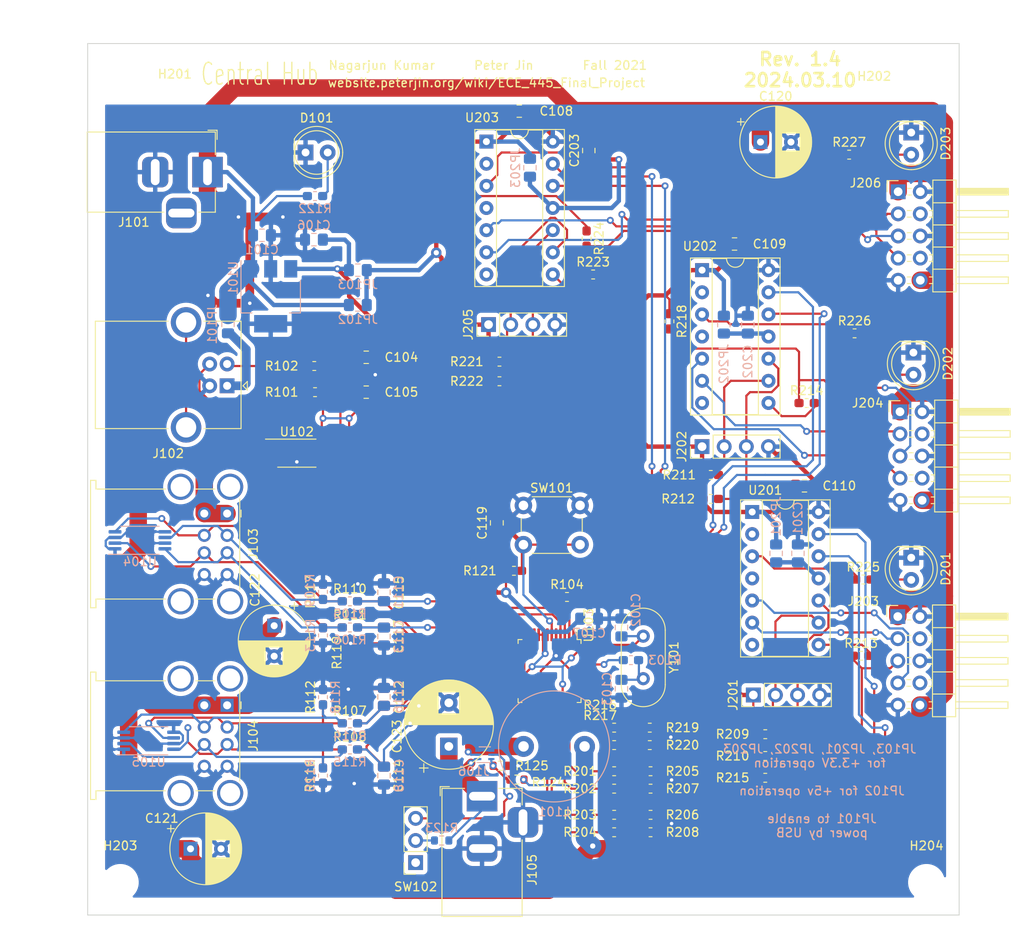
<source format=kicad_pcb>
(kicad_pcb (version 20211014) (generator pcbnew)
  (layers (0 "F.Cu" signal) (31 "B.Cu" signal) (34 "B.Paste" user) (35 "F.Paste" user) (36 "B.SilkS" user "B.Silkscreen") (37 "F.SilkS" user "F.Silkscreen") (38 "B.Mask" user) (39 "F.Mask" user) (44 "Edge.Cuts" user))
  (net 0 "")
  (net 1 "GND")
  (net 2 "+5V")
  (net 3 "Net-(C102-Pad1)")
  (net 4 "Net-(C103-Pad1)")
  (net 5 "Net-(C104-Pad1)")
  (net 6 "Net-(C105-Pad1)")
  (net 7 "+3V3")
  (net 8 "Net-(C111-Pad1)")
  (net 9 "Net-(C112-Pad1)")
  (net 10 "Net-(C113-Pad1)")
  (net 11 "Net-(C114-Pad1)")
  (net 12 "Net-(C115-Pad1)")
  (net 13 "Net-(C116-Pad1)")
  (net 14 "Net-(C117-Pad1)")
  (net 15 "Net-(C118-Pad1)")
  (net 16 "Net-(C201-Pad1)")
  (net 17 "Net-(C202-Pad1)")
  (net 18 "Net-(C203-Pad1)")
  (net 20 "unconnected-(J102-Pad5)")
  (net 21 "Net-(J102-Pad3)")
  (net 22 "Net-(J102-Pad2)")
  (net 23 "Net-(J102-Pad1)")
  (net 24 "Net-(J103-Pad2)")
  (net 25 "Net-(J103-Pad3)")
  (net 26 "Net-(J103-Pad6)")
  (net 27 "Net-(J103-Pad7)")
  (net 28 "Net-(J104-Pad2)")
  (net 29 "Net-(J104-Pad3)")
  (net 30 "Net-(J104-Pad6)")
  (net 31 "Net-(J104-Pad7)")
  (net 32 "Net-(J201-Pad3)")
  (net 33 "Net-(J201-Pad2)")
  (net 34 "Net-(J202-Pad3)")
  (net 35 "Net-(J202-Pad2)")
  (net 37 "Net-(J203-Pad7)")
  (net 38 "Net-(J203-Pad5)")
  (net 40 "Net-(J203-Pad3)")
  (net 42 "Net-(J204-Pad7)")
  (net 43 "Net-(J204-Pad5)")
  (net 45 "Net-(J204-Pad3)")
  (net 46 "Net-(J205-Pad3)")
  (net 47 "Net-(J205-Pad2)")
  (net 49 "Net-(J206-Pad7)")
  (net 50 "Net-(J206-Pad5)")
  (net 52 "Net-(J206-Pad3)")
  (net 53 "Net-(R103-Pad1)")
  (net 54 "Net-(R104-Pad2)")
  (net 55 "Net-(R201-Pad1)")
  (net 56 "Net-(R202-Pad1)")
  (net 57 "Net-(R203-Pad1)")
  (net 58 "Net-(R204-Pad1)")
  (net 59 "Net-(R213-Pad2)")
  (net 60 "Net-(R214-Pad2)")
  (net 61 "Net-(R216-Pad1)")
  (net 62 "Net-(R217-Pad1)")
  (net 63 "Net-(R223-Pad2)")
  (net 76 "Net-(C123-Pad1)")
  (net 77 "Net-(J106-Pad2)")
  (net 78 "Net-(J106-Pad5)")
  (net 79 "Net-(J106-Pad6)")
  (net 80 "Net-(R123-Pad2)")
  (net 85 "DP6")
  (net 86 "DM6")
  (net 87 "DP5")
  (net 88 "DM5")
  (net 89 "DP7")
  (net 90 "DM7")
  (net 91 "MCP2221A_VDD")
  (net 92 "Net-(C119-Pad1)")
  (net 93 "Net-(D101-Pad2)")
  (net 94 "Net-(D201-Pad2)")
  (net 95 "Net-(D202-Pad2)")
  (net 96 "Net-(D203-Pad2)")
  (net 97 "Net-(R225-Pad1)")
  (net 98 "Net-(R226-Pad1)")
  (net 99 "Net-(R227-Pad1)")
  (footprint "Capacitor_SMD:C_0805_2012Metric_Pad1.15x1.40mm_HandSolder" (layer "F.Cu") (at 101.9625 76)
    (fp_text reference "C104")
    (fp_text value "22pf")
  )
  (footprint "Capacitor_SMD:C_0805_2012Metric_Pad1.15x1.40mm_HandSolder" (layer "F.Cu") (at 101.9625 80)
    (fp_text reference "C105")
    (fp_text value "22pf")
  )
  (footprint "Capacitor_SMD:C_0805_2012Metric_Pad1.15x1.40mm_HandSolder" (layer "F.Cu") (at 104 114.9625 90)
    (fp_text reference "C112")
    (fp_text value "22pF")
  )
  (footprint "Capacitor_SMD:C_0805_2012Metric_Pad1.15x1.40mm_HandSolder" (layer "F.Cu") (at 104 124 -90)
    (fp_text reference "C114")
    (fp_text value "22pF")
  )
  (footprint "Capacitor_SMD:C_0805_2012Metric_Pad1.15x1.40mm_HandSolder" (layer "F.Cu") (at 104 102.9625 90)
    (fp_text reference "C115")
    (fp_text value "22pF")
  )
  (footprint "Capacitor_SMD:C_0805_2012Metric_Pad1.15x1.40mm_HandSolder" (layer "F.Cu") (at 104 108.0375 -90)
    (fp_text reference "C117")
    (fp_text value "22pF")
  )
  (footprint "Connector_USB:USB_B_OST_USB-B1HSxx_Horizontal" (layer "F.Cu") (at 86 79.27 180)
    (fp_text reference "J102")
    (fp_text value "USB_B")
  )
  (footprint "Connector_USB:USB_A_Wuerth_61400826021_Horizontal_Stacked" (layer "F.Cu") (at 86 93.93 -90)
    (fp_text reference "J103")
    (fp_text value "USB")
  )
  (footprint "Connector_USB:USB_A_Wuerth_61400826021_Horizontal_Stacked" (layer "F.Cu") (at 86 115.93 -90)
    (fp_text reference "J104")
    (fp_text value "USB")
  )
  (footprint "Resistor_SMD:R_0603_1608Metric_Pad1.05x0.95mm_HandSolder" (layer "F.Cu") (at 96.0875 80)
    (fp_text reference "R101")
    (fp_text value "27")
  )
  (footprint "Resistor_SMD:R_0603_1608Metric_Pad1.05x0.95mm_HandSolder" (layer "F.Cu") (at 96 77 180)
    (fp_text reference "R102")
    (fp_text value "27")
  )
  (footprint "Resistor_SMD:R_0603_1608Metric_Pad1.05x0.95mm_HandSolder" (layer "F.Cu") (at 125 103.5)
    (fp_text reference "R104")
    (fp_text value "1.5k")
  )
  (footprint "Resistor_SMD:R_0603_1608Metric_Pad1.05x0.95mm_HandSolder" (layer "F.Cu") (at 100.0875 118)
    (fp_text reference "R107")
    (fp_text value "27")
  )
  (footprint "Resistor_SMD:R_0603_1608Metric_Pad1.05x0.95mm_HandSolder" (layer "F.Cu") (at 100.0875 121)
    (fp_text reference "R108")
    (fp_text value "27")
  )
  (footprint "Resistor_SMD:R_0603_1608Metric_Pad1.05x0.95mm_HandSolder" (layer "F.Cu") (at 100.0875 104)
    (fp_text reference "R110")
    (fp_text value "27")
  )
  (footprint "Resistor_SMD:R_0603_1608Metric_Pad1.05x0.95mm_HandSolder" (layer "F.Cu") (at 100.0875 107)
    (fp_text reference "R111")
    (fp_text value "27")
  )
  (footprint "Resistor_SMD:R_0603_1608Metric_Pad1.05x0.95mm_HandSolder" (layer "F.Cu") (at 97 115 90)
    (fp_text reference "R112")
    (fp_text value "15k")
  )
  (footprint "Resistor_SMD:R_0603_1608Metric_Pad1.05x0.95mm_HandSolder" (layer "F.Cu") (at 97 124 -90)
    (fp_text reference "R116")
    (fp_text value "15k")
  )
  (footprint "Resistor_SMD:R_0603_1608Metric_Pad1.05x0.95mm_HandSolder" (layer "F.Cu") (at 97 102.9125 90)
    (fp_text reference "R117")
    (fp_text value "15k")
  )
  (footprint "Resistor_SMD:R_0603_1608Metric_Pad1.05x0.95mm_HandSolder" (layer "F.Cu") (at 97 107.9125 -90)
    (fp_text reference "R119")
    (fp_text value "15k")
  )
  (footprint "Resistor_SMD:R_0603_1608Metric_Pad1.05x0.95mm_HandSolder" (layer "F.Cu") (at 130.4125 123.5 180)
    (fp_text reference "R201")
    (fp_text value "27")
  )
  (footprint "Resistor_SMD:R_0603_1608Metric_Pad1.05x0.95mm_HandSolder" (layer "F.Cu") (at 130.4125 125.5 180)
    (fp_text reference "R202")
    (fp_text value "27")
  )
  (footprint "Resistor_SMD:R_0603_1608Metric_Pad1.05x0.95mm_HandSolder" (layer "F.Cu") (at 130.4125 128.5 180)
    (fp_text reference "R203")
    (fp_text value "27")
  )
  (footprint "Resistor_SMD:R_0603_1608Metric_Pad1.05x0.95mm_HandSolder" (layer "F.Cu") (at 130.4125 130.5 180)
    (fp_text reference "R204")
    (fp_text value "27")
  )
  (footprint "Resistor_SMD:R_0603_1608Metric_Pad1.05x0.95mm_HandSolder" (layer "F.Cu") (at 134.5875 123.5)
    (fp_text reference "R205")
    (fp_text value "15k")
  )
  (footprint "Resistor_SMD:R_0603_1608Metric_Pad1.05x0.95mm_HandSolder" (layer "F.Cu") (at 134.5875 128.5)
    (fp_text reference "R206")
    (fp_text value "15k")
  )
  (footprint "Resistor_SMD:R_0603_1608Metric_Pad1.05x0.95mm_HandSolder" (layer "F.Cu") (at 134.5875 125.5)
    (fp_text reference "R207")
    (fp_text value "15k")
  )
  (footprint "Resistor_SMD:R_0603_1608Metric_Pad1.05x0.95mm_HandSolder" (layer "F.Cu") (at 134.5875 130.5)
    (fp_text reference "R208")
    (fp_text value "15k")
  )
  (footprint "Resistor_SMD:R_0603_1608Metric_Pad1.05x0.95mm_HandSolder" (layer "F.Cu") (at 130.4125 118.5 180)
    (fp_text reference "R216")
    (fp_text value "27")
  )
  (footprint "Resistor_SMD:R_0603_1608Metric_Pad1.05x0.95mm_HandSolder" (layer "F.Cu") (at 130.4125 120.5 180)
    (fp_text reference "R217")
    (fp_text value "27")
  )
  (footprint "Resistor_SMD:R_0603_1608Metric_Pad1.05x0.95mm_HandSolder" (layer "F.Cu") (at 134.5 118.5)
    (fp_text reference "R219")
    (fp_text value "15k")
  )
  (footprint "Resistor_SMD:R_0603_1608Metric_Pad1.05x0.95mm_HandSolder" (layer "F.Cu") (at 134.5 120.5)
    (fp_text reference "R220")
    (fp_text value "15k")
  )
  (footprint "Package_QFP:LQFP-48_7x7mm_P0.5mm" (layer "F.Cu") (at 123 112 -90)
    (fp_text reference "U103")
    (fp_text value "TUSB2077A")
  )
  (footprint "Package_SO:TSSOP-8_4.4x3mm_P0.65mm" (layer "F.Cu") (at 94 87)
    (fp_text reference "U102")
    (fp_text value "SN75240")
  )
  (footprint "Capacitor_SMD:C_0805_2012Metric" (layer "F.Cu") (at 116.95 95 90)
    (fp_text reference "C119")
    (fp_text value "1uF")
  )
  (footprint "Resistor_SMD:R_0603_1608Metric_Pad1.05x0.95mm_HandSolder" (layer "F.Cu") (at 118.9125 100.5)
    (fp_text reference "R121")
    (fp_text value "15k")
  )
  (footprint "Button_Switch_THT:SW_PUSH_6mm_H7.3mm" (layer "F.Cu") (at 120 93)
    (fp_text reference "SW101")
    (fp_text value "SW_Push")
  )
  (footprint "LED_THT:LED_D5.0mm" (layer "F.Cu") (at 95 52.5)
    (fp_text reference "D101")
    (fp_text value "LED")
  )
  (footprint "Crystal:Crystal_HC49-U_Vertical" (layer "F.Cu") (at 133.75 108 -90)
    (fp_text reference "Y101")
    (fp_text value "6MHz")
  )
  (footprint "MountingHole:MountingHole_3.2mm_M3" (layer "F.Cu") (at 166.25 43.75)
    (fp_text reference "H202")
    (fp_text value "MountingHole")
  )
  (footprint "MountingHole:MountingHole_3.2mm_M3" (layer "F.Cu") (at 73.75 136.25)
    (fp_text reference "H203")
    (fp_text value "MountingHole")
  )
  (footprint "MountingHole:MountingHole_3.2mm_M3" (layer "F.Cu") (at 166.25 136.25)
    (fp_text reference "H204")
    (fp_text value "MountingHole")
  )
  (footprint "MountingHole:MountingHole_3.2mm_M3" (layer "F.Cu") (at 73.75 43.75)
    (fp_text reference "H201")
    (fp_text value "MountingHole")
  )
  (footprint "Capacitor_SMD:C_0805_2012Metric_Pad1.15x1.40mm_HandSolder" (layer "F.Cu") (at 119.525 47.75)
    (fp_text reference "C108")
    (fp_text value ".1uF")
  )
  (footprint "Capacitor_SMD:C_0805_2012Metric_Pad1.15x1.40mm_HandSolder" (layer "F.Cu") (at 144.225 63)
    (fp_text reference "C109")
    (fp_text value ".1uF")
  )
  (footprint "Capacitor_SMD:C_0805_2012Metric_Pad1.15x1.40mm_HandSolder" (layer "F.Cu") (at 152.25 90.75)
    (fp_text reference "C110")
    (fp_text value ".1uF")
  )
  (footprint "Capacitor_SMD:C_0805_2012Metric_Pad1.15x1.40mm_HandSolder" (layer "F.Cu") (at 127.5 52.275 90)
    (fp_text reference "C203")
    (fp_text value "1uF")
  )
  (footprint "LED_THT:LED_D5.0mm" (layer "F.Cu") (at 164.5 99 -90)
    (fp_text reference "D201")
    (fp_text value "LED")
  )
  (footprint "LED_THT:LED_D5.0mm" (layer "F.Cu") (at 164.75 75.46 -90)
    (fp_text reference "D202")
    (fp_text value "LED")
  )
  (footprint "LED_THT:LED_D5.0mm" (layer "F.Cu") (at 164.5 50.21 -90)
    (fp_text reference "D203")
    (fp_text value "LED")
  )
  (footprint "Connector_PinHeader_2.54mm:PinHeader_1x04_P2.54mm_Vertical" (layer "F.Cu") (at 146.38 114.75 90)
    (fp_text reference "J201")
    (fp_text value "Conn_01x04")
  )
  (footprint "Connector_PinHeader_2.54mm:PinHeader_1x04_P2.54mm_Vertical" (layer "F.Cu") (at 140.5 86.25 90)
    (fp_text reference "J202")
    (fp_text value "Conn_01x04")
  )
  (footprint "Connector_PinHeader_2.54mm:PinHeader_2x05_P2.54mm_Horizontal" (layer "F.Cu") (at 162.96 105.75)
    (fp_text reference "J203")
    (fp_text value "Conn_02x05_Odd_Even")
  )
  (footprint "Connector_PinHeader_2.54mm:PinHeader_2x05_P2.54mm_Horizontal" (layer "F.Cu") (at 163.21 82.25)
    (fp_text reference "J204")
    (fp_text value "Conn_02x05_Odd_Even")
  )
  (footprint "Connector_PinHeader_2.54mm:PinHeader_1x04_P2.54mm_Vertical" (layer "F.Cu") (at 116 72.25 90)
    (fp_text reference "J205")
    (fp_text value "Conn_01x04")
  )
  (footprint "Connector_PinHeader_2.54mm:PinHeader_2x05_P2.54mm_Horizontal" (layer "F.Cu") (at 163 57)
    (fp_text reference "J206")
    (fp_text value "Conn_02x05_Odd_Even")
  )
  (footprint "Resistor_SMD:R_0603_1608Metric_Pad1.05x0.95mm_HandSolder" (layer "F.Cu") (at 147.75 119.25)
    (fp_text reference "R209")
    (fp_text value "2.2k")
  )
  (footprint "Resistor_SMD:R_0603_1608Metric_Pad1.05x0.95mm_HandSolder" (layer "F.Cu") (at 147.75 121.75)
    (fp_text reference "R210")
    (fp_text value "2.2k")
  )
  (footprint "Resistor_SMD:R_0603_1608Metric_Pad1.05x0.95mm_HandSolder" (layer "F.Cu") (at 141.5 89.5)
    (fp_text reference "R211")
    (fp_text value "2.2k")
  )
  (footprint "Resistor_SMD:R_0603_1608Metric_Pad1.05x0.95mm_HandSolder" (layer "F.Cu") (at 141.5 92.25)
    (fp_text reference "R212")
    (fp_text value "2.2k")
  )
  (footprint "Resistor_SMD:R_0603_1608Metric_Pad1.05x0.95mm_HandSolder" (layer "F.Cu") (at 158.75 110.25)
    (fp_text reference "R213")
    (fp_text value "220")
  )
  (footprint "Resistor_SMD:R_0603_1608Metric_Pad1.05x0.95mm_HandSolder" (layer "F.Cu") (at 152.5 81.25)
    (fp_text reference "R214")
    (fp_text value "220")
  )
  (footprint "Resistor_SMD:R_0603_1608Metric_Pad1.05x0.95mm_HandSolder" (layer "F.Cu") (at 147.75 124.25)
    (fp_text reference "R215")
    (fp_text value "15k")
  )
  (footprint "Resistor_SMD:R_0603_1608Metric_Pad1.05x0.95mm_HandSolder" (layer "F.Cu") (at 136.75 71.875 -90)
    (fp_text reference "R218")
    (fp_text value "15k")
  )
  (footprint "Resistor_SMD:R_0603_1608Metric_Pad1.05x0.95mm_HandSolder" (layer "F.Cu") (at 117.25 76.5)
    (fp_text reference "R221")
    (fp_text value "2.2k")
  )
  (footprint "Resistor_SMD:R_0603_1608Metric_Pad1.05x0.95mm_HandSolder" (layer "F.Cu") (at 117.25 78.75)
    (fp_text reference "R222")
    (fp_text value "2.2k")
  )
  (footprint "Resistor_SMD:R_0603_1608Metric_Pad1.05x0.95mm_HandSolder" (layer "F.Cu") (at 128 66.5)
    (fp_text reference "R223")
    (fp_text value "220")
  )
  (footprint "Resistor_SMD:R_0603_1608Metric_Pad1.05x0.95mm_HandSolder" (layer "F.Cu") (at 127.25 62.375 -90)
    (fp_text reference "R224")
    (fp_text value "15k")
  )
  (footprint "Resistor_SMD:R_0603_1608Metric_Pad1.05x0.95mm_HandSolder" (layer "F.Cu") (at 159 101.5)
    (fp_text reference "R225")
    (fp_text value "220")
  )
  (footprint "Resistor_SMD:R_0603_1608Metric_Pad1.05x0.95mm_HandSolder" (layer "F.Cu") (at 158 73.25)
    (fp_text reference "R226")
    (fp_text value "220")
  )
  (footprint "Resistor_SMD:R_0603_1608Metric_Pad1.05x0.95mm_HandSolder" (layer "F.Cu") (at 157.375 52.75)
    (fp_text reference "R227")
    (fp_text value "220")
  )
  (footprint "Package_DIP:DIP-14_W7.62mm_Socket" (layer "F.Cu") (at 146.25 93.75)
    (fp_text reference "U201")
    (fp_text value "MCP2221AxSL")
  )
  (footprint "Package_DIP:DIP-14_W7.62mm_Socket" (layer "F.Cu") (at 140.5 66)
    (fp_text reference "U202")
    (fp_text value "MCP2221AxSL")
  )
  (footprint "Package_DIP:DIP-14_W7.62mm_Socket" (layer "F.Cu") (at 115.75 51.25)
    (fp_text reference "U203")
    (fp_text value "MCP2221AxSL")
  )
  (footprint "Connector_BarrelJack:BarrelJack_Horizontal" (layer "F.Cu") (at 83.75 54.75)
    (fp_text reference "J101")
    (fp_text value "Barrel_Jack_Switch")
  )
  (footprint "Capacitor_THT:CP_Radial_D8.0mm_P3.50mm" (layer "F.Cu") (at 81.8 132.4)
    (fp_text reference "C121")
    (fp_text value "C_Polarized")
  )
  (footprint "Resistor_SMD:R_0603_1608Metric" (layer "F.Cu") (at 117.3475 122.8725)
    (fp_text reference "R125")
    (fp_text value "R")
  )
  (footprint "Connector_BarrelJack:BarrelJack_Horizontal" (layer "F.Cu") (at 115.2525 126.365 90)
    (fp_text reference "J105")
    (fp_text value "Barrel_Jack_Switch")
  )
  (footprint "Capacitor_THT:CP_Radial_D8.0mm_P3.50mm" (layer "F.Cu") (at 147.2 51.3)
    (fp_text reference "C120")
    (fp_text value "C_Polarized")
  )
  (footprint "Resistor_SMD:R_0603_1608Metric" (layer "F.Cu") (at 119.2525 124.46 180)
    (fp_text reference "R124")
    (fp_text value "R")
  )
  (footprint "Capacitor_THT:CP_Radial_D8.0mm_P3.50mm" (layer "F.Cu") (at 91.4 106.8 -90)
    (fp_text reference "C122")
    (fp_text value "C_Polarized")
  )
  (footprint "Connector_PinSocket_2.54mm:PinSocket_1x03_P2.54mm_Vertical" (layer "F.Cu") (at 107.6325 133.985 180)
    (fp_text reference "SW102")
    (fp_text value "SW_SPDT")
  )
  (footprint "Capacitor_THT:CP_Radial_D10.0mm_P5.00mm" (layer "F.Cu") (at 111.4425 120.65 90)
    (fp_text reference "C123")
    (fp_text value "C_Polarized")
  )
  (footprint "Capacitor_SMD:C_0805_2012Metric_Pad1.15x1.40mm_HandSolder" (layer "B.Cu") (at 90 62)
    (fp_text reference "C101")
    (fp_text value "10uF")
  )
  (footprint "Capacitor_SMD:C_0805_2012Metric_Pad1.15x1.40mm_HandSolder" (layer "B.Cu") (at 95.9625 62.5 180)
    (fp_text reference "C106")
    (fp_text value "1uF")
  )
  (footprint "Capacitor_SMD:C_0805_2012Metric_Pad1.15x1.40mm_HandSolder" (layer "B.Cu") (at 127.5375 106)
    (fp_text reference "C107")
    (fp_text value ".1uF")
  )
  (footprint "Capacitor_SMD:C_0805_2012Metric_Pad1.15x1.40mm_HandSolder" (layer "B.Cu") (at 104 102.9625 90)
    (fp_text reference "C111")
    (fp_text value "22pF")
  )
  (footprint "Capacitor_SMD:C_0805_2012Metric_Pad1.15x1.40mm_HandSolder" (layer "B.Cu") (at 104 108.0375 -90)
    (fp_text reference "C113")
    (fp_text value "22pF")
  )
  (footprint "Capacitor_SMD:C_0805_2012Metric_Pad1.15x1.40mm_HandSolder" (layer "B.Cu") (at 104 114.9625 90)
    (fp_text reference "C116")
    (fp_text value "22pF")
  )
  (footprint "Capacitor_SMD:C_0805_2012Metric_Pad1.15x1.40mm_HandSolder" (layer "B.Cu") (at 104 124 -90)
    (fp_text reference "C118")
    (fp_text value "22pF")
  )
  (footprint "Resistor_SMD:R_0805_2012Metric_Pad1.15x1.40mm_HandSolder" (layer "B.Cu") (at 86.1 72.225 90)
    (fp_text reference "JP101")
    (fp_text value "Jumper_2_Open")
  )
  (footprint "Resistor_SMD:R_0805_2012Metric_Pad1.15x1.40mm_HandSolder" (layer "B.Cu") (at 101 70)
    (fp_text reference "JP102")
    (fp_text value "Select 5V for MCP")
  )
  (footprint "Resistor_SMD:R_0805_2012Metric_Pad1.15x1.40mm_HandSolder" (layer "B.Cu") (at 101 66)
    (fp_text reference "JP103")
    (fp_text value "Select 3.3V for MCP")
  )
  (footprint "Resistor_SMD:R_0603_1608Metric_Pad1.05x0.95mm_HandSolder" (layer "B.Cu") (at 132.3375 110.75)
    (fp_text reference "R103")
    (fp_text value "1.5k")
  )
  (footprint "Resistor_SMD:R_0603_1608Metric_Pad1.05x0.95mm_HandSolder" (layer "B.Cu") (at 100.0875 104)
    (fp_text reference "R105")
    (fp_text value "27")
  )
  (footprint "Resistor_SMD:R_0603_1608Metric_Pad1.05x0.95mm_HandSolder" (layer "B.Cu") (at 100.0875 107)
    (fp_text reference "R106")
    (fp_text value "27")
  )
  (footprint "Resistor_SMD:R_0603_1608Metric_Pad1.05x0.95mm_HandSolder" (layer "B.Cu") (at 97 102.9125 90)
    (fp_text reference "R109")
    (fp_text value "15k")
  )
  (footprint "Resistor_SMD:R_0603_1608Metric_Pad1.05x0.95mm_HandSolder" (layer "B.Cu") (at 97 107.9125 -90)
    (fp_text reference "R113")
    (fp_text value "15k")
  )
  (footprint "Resistor_SMD:R_0603_1608Metric_Pad1.05x0.95mm_HandSolder" (layer "B.Cu") (at 100.0875 118)
    (fp_text reference "R114")
    (fp_text value "27")
  )
  (footprint "Resistor_SMD:R_0603_1608Metric_Pad1.05x0.95mm_HandSolder" (layer "B.Cu") (at 100.0875 121)
    (fp_text reference "R115")
    (fp_text value "27")
  )
  (footprint "Resistor_SMD:R_0603_1608Metric_Pad1.05x0.95mm_HandSolder" (layer "B.Cu") (at 97 115 90)
    (fp_text reference "R118")
    (fp_text value "15k")
  )
  (footprint "Resistor_SMD:R_0603_1608Metric_Pad1.05x0.95mm_HandSolder" (layer "B.Cu") (at 97 124 -90)
    (fp_text reference "R120")
    (fp_text value "15k")
  )
  (footprint "Package_TO_SOT_SMD:SOT-223-3_TabPin2" (layer "B.Cu") (at 91 69 -90)
    (fp_text reference "U101")
    (fp_text value "MCP1826S")
  )
  (footprint "Package_SO:TSSOP-8_4.4x3mm_P0.65mm" (layer "B.Cu") (at 76 97)
    (fp_text reference "U104")
    (fp_text value "SN75240")
  )
  (footprint "Package_SO:TSSOP-8_4.4x3mm_P0.65mm" (layer "B.Cu") (at 77 120)
    (fp_text reference "U105")
    (fp_text value "SN75240")
  )
  (footprint "Resistor_SMD:R_0603_1608Metric_Pad1.05x0.95mm_HandSolder" (layer "B.Cu") (at 96.0875 57.5)
    (fp_text reference "R122")
    (fp_text value "220")
  )
  (footprint "Capacitor_SMD:C_0805_2012Metric_Pad1.15x1.40mm_HandSolder" (layer "B.Cu") (at 131.25 107 90)
    (fp_text reference "C102")
    (fp_text value "22pF")
  )
  (footprint "Capacitor_SMD:C_0805_2012Metric_Pad1.15x1.40mm_HandSolder" (layer "B.Cu") (at 131.25 114.0375 -90)
    (fp_text reference "C103")
    (fp_text value "22pF")
  )
  (footprint "Capacitor_SMD:C_0805_2012Metric_Pad1.15x1.40mm_HandSolder" (layer "B.Cu") (at 151.5 98.5 90)
    (fp_text reference "C201")
    (fp_text value "1uF")
  )
  (footprint "Capacitor_SMD:C_0805_2012Metric_Pad1.15x1.40mm_HandSolder" (layer "B.Cu") (at 145.75 72.25 90)
    (fp_text reference "C202")
    (fp_text value "1uF")
  )
  (footprint "Resistor_SMD:R_0805_2012Metric_Pad1.15x1.40mm_HandSolder" (layer "B.Cu") (at 149 98.5 -90)
    (fp_text reference "JP201")
    (fp_text value "Jumper_2_Open")
  )
  (footprint "Resistor_SMD:R_0805_2012Metric_Pad1.15x1.40mm_HandSolder" (layer "B.Cu") (at 143 72.25 -90)
    (fp_text reference "JP202")
    (fp_text value "Jumper_2_Open")
  )
  (footprint "Resistor_SMD:R_0805_2012Metric_Pad1.15x1.40mm_HandSolder" (layer "B.Cu") (at 120.75 54.25 -90)
    (fp_text reference "JP203")
    (fp_text value "Jumper_2_Open")
  )
  (footprint "Inductor_THT:L_Radial_D12.5mm_P7.00mm_Fastron_09HCP" (layer "B.Cu") (at 120.015 120.65)
    (fp_text reference "L101")
    (fp_text value "L")
  )
  (footprint "Resistor_SMD:R_0603_1608Metric" (layer "B.Cu") (at 110.6175 131.445 180)
    (fp_text reference "R123")
    (fp_text value "R")
  )
  (footprint "Package_TO_SOT_SMD:SOT-563" (layer "B.Cu") (at 115.57 121.6025)
    (fp_text reference "J106")
    (fp_text value "Conn_02x03_Counter_Clockwise")
  )
  (gr_line (start 70 140) (end 70 40) (layer "Edge.Cuts") (width 0.1))
  (gr_line (start 70 40) (end 170 40) (layer "Edge.Cuts") (width 0.1))
  (gr_line (start 170 140) (end 70 140) (layer "Edge.Cuts") (width 0.1))
  (gr_line (start 170 40) (end 170 140) (layer "Edge.Cuts") (width 0.1))
  (gr_text "JP101 to enable\npower by USB" (at 154.25 129.75) (layer "B.SilkS") (effects (font (size 1 1)) (justify mirror)))
  (gr_text "JP102 for +5v operation" (at 154.25 125.75) (layer "B.SilkS") (effects (font (size 1 1)) (justify mirror)))
  (gr_text "JP103, JP201, JP202, JP203\nfor +3.3V operation" (at 154 121.75) (layer "B.SilkS") (effects (font (size 1 1)) (justify mirror)))
  (gr_text "Fall 2021" (at 130.5 42.5) (layer "F.SilkS") (effects (font (size 1 1))))
  (gr_text "Rev. 1.4\n2024.03.10" (at 151.75 43) (layer "F.SilkS") (effects (font (size 1.5 1.5) (thickness 0.3))))
  (gr_text "Central Hub" (at 89.75 43.5) (layer "F.SilkS") (effects (font (size 2.5 1.5))))
  (gr_text "website.peterjin.org/wiki/ECE_445_Final_Project" (at 115.75 44.5) (layer "F.SilkS") (effects (font (size 1 1))))
  (gr_text "Peter Jin" (at 117.75 42.5) (layer "F.SilkS") (effects (font (size 1 1))))
  (gr_text "Nagarjun Kumar" (at 103.75 42.5) (layer "F.SilkS") (effects (font (size 1 1))))
  (segment (start 94 88) (end 94 88) (width 0.25) (layer "F.Cu") (net 1))
  (segment (start 103 78) (end 103 80) (width 0.25) (layer "F.Cu") (net 1))
  (segment (start 123.75 110.25) (end 123.75 107.8375) (width 0.25) (layer "F.Cu") (net 1))
  (segment (start 137 129.5) (end 137 129.5) (width 0.25) (layer "F.Cu") (net 1))
  (segment (start 137 124.5) (end 137 124.5) (width 0.25) (layer "F.Cu") (net 1))
  (segment (start 136.9125 119.5875) (end 136.9125 119.5875) (width 0.25) (layer "F.Cu") (net 1))
  (segment (start 101 102) (end 103.925 102) (width 0.25) (layer "F.Cu") (net 1))
  (segment (start 100.175 108.825) (end 103.75 108.825) (width 0.25) (layer "F.Cu") (net 1))
  (segment (start 99.9125 114.0875) (end 103.8375 114.0875) (width 0.25) (layer "F.Cu") (net 1))
  (segment (start 100.5875 124.9125) (end 103.875 124.9125) (width 0.25) (layer "F.Cu") (net 1))
  (segment (start 95.79999 87.00001) (end 95.79999 87.64999) (width 0.25) (layer "F.Cu") (net 1))
  (segment (start 123.75 110.25) (end 124.75 109.25) (width 0.25) (layer "F.Cu") (net 1))
  (segment (start 97 114.0875) (end 99.9125 114.0875) (width 0.25) (layer "F.Cu") (net 1))
  (segment (start 135.5 123.5) (end 135.5 124.5) (width 0.25) (layer "F.Cu") (net 1))
  (segment (start 145.25 63) (end 145.25 65.5) (width 0.5) (layer "F.Cu") (net 1))
  (segment (start 97 124.9125) (end 100.5875 124.9125) (width 0.25) (layer "F.Cu") (net 1))
  (segment (start 96.125 87.975) (end 96.8625 87.975) (width 0.25) (layer "F.Cu") (net 1))
  (segment (start 135.4125 118.5) (end 135.4125 119.5875) (width 0.25) (layer "F.Cu") (net 1))
  (segment (start 145.75 66) (end 148.12 66) (width 0.5) (layer "F.Cu") (net 1))
  (segment (start 103.925 102) (end 104 101.925) (width 0.25) (layer "F.Cu") (net 1))
  (segment (start 118.95 94.05) (end 120 93) (width 0.5) (layer "F.Cu") (net 1))
  (segment (start 135.4125 119.5875) (end 136.9125 119.5875) (width 0.25) (layer "F.Cu") (net 1))
  (segment (start 92.4 59.9) (end 88.6 59.9) (width 1) (layer "F.Cu") (net 1))
  (segment (start 88.6 59.9) (end 87.3 59.9) (width 1) (layer "F.Cu") (net 1))
  (segment (start 153.87 93.75) (end 153.87 91.345) (width 0.5) (layer "F.Cu") (net 1))
  (segment (start 96.8625 86.675) (end 96.125 86.675) (width 0.25) (layer "F.Cu") (net 1))
  (segment (start 122 112) (end 123 111) (width 0.25) (layer "F.Cu") (net 1))
  (segment (start 135.5 129.5) (end 135.5 130.5) (width 0.25) (layer "F.Cu") (net 1))
  (segment (start 103.75 108.825) (end 104 109.075) (width 0.25) (layer "F.Cu") (net 1))
  (segment (start 97 108.825) (end 100.175 108.825) (width 0.25) (layer "F.Cu") (net 1))
  (segment (start 135.4125 119.5875) (end 135.4125 120.5) (width 0.25) (layer "F.Cu") (net 1))
  (segment (start 94.35001 87.64999) (end 94 88) (width 0.25) (layer "F.Cu") (net 1))
  (segment (start 95.79999 87.64999) (end 94.35001 87.64999) (width 0.25) (layer "F.Cu") (net 1))
  (segment (start 84.7 69.8) (end 83.8 68.9) (width 1) (layer "F.Cu") (net 1))
  (segment (start 153.87 91.345) (end 153.275 90.75) (width 0.5) (layer "F.Cu") (net 1))
  (segment (start 123.37 51.25) (end 127.5 51.25) (width 0.5) (layer "F.Cu") (net 1))
  (segment (start 103.8375 114.0875) (end 104 113.925) (width 0.25) (layer "F.Cu") (net 1))
  (segment (start 135.5 124.5) (end 137 124.5) (width 0.25) (layer "F.Cu") (net 1))
  (segment (start 118.1725 122.8725) (end 119.38 122.8725) (width 0.25) (layer "F.Cu") (net 1))
  (segment (start 97 102) (end 101 102) (width 0.25) (layer "F.Cu") (net 1))
  (segment (start 123.37 50.57) (end 120.55 47.75) (width 0.5) (layer "F.Cu") (net 1))
  (segment (start 103.875 124.9125) (end 104 125.0375) (width 0.25) (layer "F.Cu") (net 1))
  (segment (start 96.125 86.675) (end 95.79999 87.00001) (width 0.25) (layer "F.Cu") (net 1))
  (segment (start 148.12 86.25) (end 148.969999 87.099999) (width 0.5) (layer "F.Cu") (net 1))
  (segment (start 153.275 90.05) (end 153.275 90.75) (width 0.5) (layer "F.Cu") (net 1))
  (segment (start 148.969999 87.099999) (end 150.324999 87.099999) (width 0.5) (layer "F.Cu") (net 1))
  (segment (start 127.1625 111.75) (end 125.25 111.75) (width 0.25) (layer "F.Cu") (net 1))
  (segment (start 135.5 124.5) (end 135.5 125.5) (width 0.25) (layer "F.Cu") (net 1))
  (segment (start 95.79999 87.64999) (end 96.125 87.975) (width 0.25) (layer "F.Cu") (net 1))
  (segment (start 119.640702 114.75) (end 118.8375 114.75) (width 0.25) (layer "F.Cu") (net 1))
  (segment (start 122 112.390702) (end 119.640702 114.75) (width 0.25) (layer "F.Cu") (net 1))
  (segment (start 88.6 69.8) (end 84.7 69.8) (width 1) (layer "F.Cu") (net 1))
  (segment (start 103 76) (end 103 78) (width 0.25) (layer "F.Cu") (net 1))
  (segment (start 150.324999 87.099999) (end 153.275 90.05) (width 0.5) (layer "F.Cu") (net 1))
  (segment (start 124.75 109.25) (end 127.1625 109.25) (width 0.25) (layer "F.Cu") (net 1))
  (segment (start 122 112.390702) (end 122 112) (width 0.25) (layer "F.Cu") (net 1))
  (segment (start 123 111) (end 123.75 110.25) (width 0.25) (layer "F.Cu") (net 1))
  (segment (start 125.25 111.75) (end 123.75 110.25) (width 0.25) (layer "F.Cu") (net 1))
  (segment (start 135.5 129.5) (end 137 129.5) (width 0.25) (layer "F.Cu") (net 1))
  (segment (start 116.95 94.05) (end 118.95 94.05) (width 0.5) (layer "F.Cu") (net 1))
  (segment (start 123.37 51.25) (end 123.37 50.57) (width 0.5) (layer "F.Cu") (net 1))
  (segment (start 135.5 128.5) (end 135.5 129.5) (width 0.25) (layer "F.Cu") (net 1))
  (segment (start 88.6 69.8) (end 88.6 59.9) (width 1) (layer "F.Cu") (net 1))
  (segment (start 145.25 65.5) (end 145.75 66) (width 0.5) (layer "F.Cu") (net 1))
  (segment (start 123.75 110.25) (end 123.75 110.25) (width 0.25) (layer "F.Cu") (net 1))
  (via (at 136.9125 119.5875) (size 0.8) (drill 0.4) (layers "F.Cu" "B.Cu") (net 1))
  (via (at 92.4 59.9) (size 0.8) (drill 0.4) (layers "F.Cu" "B.Cu") (net 1))
  (via (at 119.38 122.8725) (size 0.8) (drill 0.4) (layers "F.Cu" "B.Cu") (net 1))
  (via (at 100.175 108.825) (size 0.8) (drill 0.4) (layers "F.Cu" "B.Cu") (net 1))
  (via (at 83.8 68.9) (size 0.8) (drill 0.4) (layers "F.Cu" "B.Cu") (net 1))
  (via (at 103 78) (size 0.8) (drill 0.4) (layers "F.Cu" "B.Cu") (net 1))
  (via (at 100.5875 124.9125) (size 0.8) (drill 0.4) (layers "F.Cu" "B.Cu") (net 1))
  (via (at 137 124.5) (size 0.8) (drill 0.4) (layers "F.Cu" "B.Cu") (net 1))
  (via (at 94 88) (size 0.8) (drill 0.4) (layers "F.Cu" "B.Cu") (net 1))
  (via (at 87.3 59.9) (size 0.8) (drill 0.4) (layers "F.Cu" "B.Cu") (net 1))
  (via (at 137 129.5) (size 0.8) (drill 0.4) (layers "F.Cu" "B.Cu") (net 1))
  (via (at 101 102) (size 0.8) (drill 0.4) (layers "F.Cu" "B.Cu") (net 1))
  (via (at 99.9125 114.0875) (size 0.8) (drill 0.4) (layers "F.Cu" "B.Cu") (net 1))
  (via (at 88.6 69.8) (size 0.8) (drill 0.4) (layers "F.Cu" "B.Cu") (net 1))
  (via (at 123.75 110.25) (size 0.8) (drill 0.4) (layers "F.Cu" "B.Cu") (net 1))
  (segment (start 74.1375 119.675) (end 72.675 119.675) (width 0.25) (layer "B.Cu") (net 1))
  (segment (start 76.025 96.025) (end 75.975 96.025) (width 0.25) (layer "B.Cu") (net 1))
  (segment (start 74.1375 120.975) (end 72.525 120.975) (width 0.25) (layer "B.Cu") (net 1))
  (segment (start 72.07499 97.64999) (end 72.07499 97.048952) (width 0.25) (layer "B.Cu") (net 1))
  (segment (start 91 62.0375) (end 91.0375 62) (width 0.5) (layer "B.Cu") (net 1))
  (segment (start 78.8625 97.325) (end 77.325 97.325) (width 0.25) (layer "B.Cu") (net 1))
  (segment (start 80.6 120.325) (end 80.92501 119.99999) (width 0.25) (layer "B.Cu") (net 1))
  (segment (start 72.448942 96.675) (end 73.1375 96.675) (width 0.25) (layer "B.Cu") (net 1))
  (segment (start 79.8625 120.325) (end 76.825 120.325) (width 0.25) (layer "B.Cu") (net 1))
  (segment (start 76.175 119.675) (end 74.1375 119.675) (width 0.25) (layer "B.Cu") (net 1))
  (segment (start 74.1375 119.675) (end 74.826058 119.675) (width 0.25) (layer "B.Cu") (net 1))
  (segment (start 114.82 121.1025) (end 116.32 121.1025) (width 0.25) (layer "B.Cu") (net 1))
  (segment (start 80.92501 119.398952) (end 80.551058 119.025) (width 0.25) (layer "B.Cu") (net 1))
  (segment (start 80.92501 119.99999) (end 80.92501 119.398952) (width 0.25) (layer "B.Cu") (net 1))
  (segment (start 80.551058 119.025) (end 79.8625 119.025) (width 0.25) (layer "B.Cu") (net 1))
  (segment (start 74.476058 96.025) (end 73.826058 96.675) (width 0.25) (layer "B.Cu") (net 1))
  (segment (start 73.826058 96.675) (end 73.1375 96.675) (width 0.25) (layer "B.Cu") (net 1))
  (segment (start 75.501058 119) (end 77 119) (width 0.25) (layer "B.Cu") (net 1))
  (segment (start 72.4 97.975) (end 72.07499 97.64999) (width 0.25) (layer "B.Cu") (net 1))
  (segment (start 79.8625 120.325) (end 80.6 120.325) (width 0.25) (layer "B.Cu") (net 1))
  (segment (start 91 65.85) (end 91 62.0375) (width 0.5) (layer "B.Cu") (net 1))
  (segment (start 76.825 120.325) (end 76.175 119.675) (width 0.25) (layer "B.Cu") (net 1))
  (segment (start 72.525 120.975) (end 72.5 121) (width 0.25) (layer "B.Cu") (net 1))
  (segment (start 72.07499 97.048952) (end 72.448942 96.675) (width 0.25) (layer "B.Cu") (net 1))
  (segment (start 77 119) (end 78.325 120.325) (width 0.25) (layer "B.Cu") (net 1))
  (segment (start 77.325 97.325) (end 76.025 96.025) (width 0.25) (layer "B.Cu") (net 1))
  (segment (start 73.1375 97.975) (end 72.4 97.975) (width 0.25) (layer "B.Cu") (net 1))
  (segment (start 75.975 96.025) (end 74.476058 96.025) (width 0.25) (layer "B.Cu") (net 1))
  (segment (start 78.325 120.325) (end 79.8625 120.325) (width 0.25) (layer "B.Cu") (net 1))
  (segment (start 78.8625 96.025) (end 75.975 96.025) (width 0.25) (layer "B.Cu") (net 1))
  (segment (start 72.675 119.675) (end 72.5 119.5) (width 0.25) (layer "B.Cu") (net 1))
  (segment (start 147.2 51.3) (end 147.2 47.7) (width 2) (layer "F.Cu") (net 2))
  (segment (start 168.3 49.1) (end 166.9 47.7) (width 2) (layer "F.Cu") (net 2))
  (segment (start 166.89 115.91) (end 168.3 114.5) (width 2) (layer "F.Cu") (net 2))
  (segment (start 165.5 129.2) (end 165.5 115.91) (width 2) (layer "F.Cu") (net 2))
  (segment (start 84.235 136.035) (end 104.285 136.035) (width 2) (layer "F.Cu") (net 2))
  (segment (start 105.41 137.16) (end 122.8725 137.16) (width 2) (layer "F.Cu") (net 2))
  (segment (start 164.3 103.7) (end 168 103.7) (width 2) (layer "F.Cu") (net 2))
  (segment (start 168.3 92.7) (end 168.3 80.1) (width 2) (layer "F.Cu") (net 2))
  (segment (start 74.7 129) (end 74.7 113.2) (width 2) (layer "F.Cu") (net 2))
  (segment (start 84.6 58.1) (end 84.6 61.6) (width 2) (layer "F.Cu") (net 2))
  (segment (start 104.285 136.035) (end 105.41 137.16) (width 2) (layer "F.Cu") (net 2))
  (segment (start 74.7 99.3) (end 74.7 113.2) (width 2) (layer "F.Cu") (net 2))
  (segment (start 163.21 80.99) (end 164.1 80.1) (width 2) (layer "F.Cu") (net 2))
  (segment (start 125.8 47.7) (end 123.2 45.1) (width 2) (layer "F.Cu") (net 2))
  (segment (start 75.8 98.2) (end 74.7 99.3) (width 2) (layer "F.Cu") (net 2))
  (segment (start 83.75 57.25) (end 84.6 58.1) (width 2) (layer "F.Cu") (net 2))
  (segment (start 74.7 113.2) (end 77.43 115.93) (width 2) (layer "F.Cu") (net 2))
  (segment (start 84.6 61.6) (end 83.6 62.6) (width 2) (layer "F.Cu") (net 2))
  (segment (start 147.2 47.7) (end 125.8 47.7) (width 2) (layer "F.Cu") (net 2))
  (segment (start 131.7625 132.3975) (end 132.3975 133.0325) (width 2) (layer "F.Cu") (net 2))
  (segment (start 122.8725 137.16) (end 127.9525 132.08) (width 2) (layer "F.Cu") (net 2))
  (segment (start 166.9 47.7) (end 147.2 47.7) (width 2) (layer "F.Cu") (net 2))
  (segment (start 163.5 54.9) (end 168.3 54.9) (width 2) (layer "F.Cu") (net 2))
  (segment (start 164.1 80.1) (end 168.3 80.1) (width 2) (layer "F.Cu") (net 2))
  (segment (start 75.8 67.6) (end 75.8 67.7) (width 2) (layer "F.Cu") (net 2))
  (segment (start 86 115.93) (end 83.38 115.93) (width 2) (layer "F.Cu") (net 2))
  (segment (start 162.96 105.75) (end 162.96 105.04) (width 2) (layer "F.Cu") (net 2))
  (segment (start 168.3 80.1) (end 168.3 67.6) (width 2) (layer "F.Cu") (net 2))
  (segment (start 86 93.93) (end 83.38 93.93) (width 2) (layer "F.Cu") (net 2))
  (segment (start 167.86 67.16) (end 168.3 67.6) (width 2) (layer "F.Cu") (net 2))
  (segment (start 89.4 108.8) (end 89.4 112.7) (width 2) (layer "F.Cu") (net 2))
  (segment (start 168 103.7) (end 168.3 103.4) (width 2) (layer "F.Cu") (net 2))
  (segment (start 165.5 115.91) (end 166.89 115.91) (width 2) (layer "F.Cu") (net 2))
  (segment (start 165.54 67.16) (end 167.86 67.16) (width 2) (layer "F.Cu") (net 2))
  (segment (start 165.75 92.41) (end 168.01 92.41) (width 2) (layer "F.Cu") (net 2))
  (segment (start 161.79625 132.90375) (end 165.5 129.2) (width 2) (layer "F.Cu") (net 2))
  (segment (start 77.43 115.93) (end 83.38 115.93) (width 2) (layer "F.Cu") (net 2))
  (segment (start 75.8 67.7) (end 75.8 87.4) (width 2) (layer "F.Cu") (net 2))
  (segment (start 83.38 93.93) (end 83.38 88.48) (width 2) (layer "F.Cu") (net 2))
  (segment (start 81.8 132.4) (end 81.8 133.6) (width 2) (layer "F.Cu") (net 2))
  (segment (start 127.9525 132.08) (end 128.27 132.3975) (width 2) (layer "F.Cu") (net 2))
  (segment (start 123.2 45.1) (end 86.8 45.1) (width 2) (layer "F.Cu") (net 2))
  (segment (start 161.6675 133.0325) (end 161.79625 132.90375) (width 2) (layer "F.Cu") (net 2))
  (segment (start 89.5 112.8) (end 89.5 114.8) (width 2) (layer "F.Cu") (net 2))
  (segment (start 75.8 87.4) (end 75.8 98.2) (width 2) (layer "F.Cu") (net 2))
  (segment (start 163.21 82.25) (end 163.21 80.99) (width 2) (layer "F.Cu") (net 2))
  (segment (start 91.4 106.8) (end 89.4 108.8) (width 2) (layer "F.Cu") (net 2))
  (segment (start 168.3 67.6) (end 168.3 49.1) (width 2) (layer "F.Cu") (net 2))
  (segment (start 89.4 112.7) (end 89.5 112.8) (width 2) (layer "F.Cu") (net 2))
  (segment (start 76.9 66.5) (end 75.8 67.6) (width 2) (layer "F.Cu") (net 2))
  (segment (start 78.1 132.4) (end 74.7 129) (width 2) (layer "F.Cu") (net 2))
  (segment (start 81.8 133.6) (end 84.235 136.035) (width 2) (layer "F.Cu") (net 2))
  (segment (start 82.3 87.4) (end 75.8 87.4) (width 2) (layer "F.Cu") (net 2))
  (segment (start 88.37 115.93) (end 86 115.93) (width 2) (layer "F.Cu") (net 2))
  (segment (start 168.01 92.41) (end 168.3 92.7) (width 2) (layer "F.Cu") (net 2))
  (segment (start 132.3975 133.0325) (end 161.6675 133.0325) (width 2) (layer "F.Cu") (net 2))
  (segment (start 89.5 114.8) (end 88.37 115.93) (width 2) (layer "F.Cu") (net 2))
  (segment (start 86.8 45.1) (end 83.75 48.15) (width 2) (layer "F.Cu") (net 2))
  (segment (start 163 55.4) (end 163.5 54.9) (width 2) (layer "F.Cu") (net 2))
  (segment (start 168.3 114.5) (end 168.3 103.4) (width 2) (layer "F.Cu") (net 2))
  (segment (start 81.8 132.4) (end 78.1 132.4) (width 2) (layer "F.Cu") (net 2))
  (segment (start 83.75 54.75) (end 83.75 57.25) (width 2) (layer "F.Cu") (net 2))
  (segment (start 162.96 105.04) (end 164.3 103.7) (width 2) (layer "F.Cu") (net 2))
  (segment (start 83.75 48.15) (end 83.75 54.75) (width 2) (layer "F.Cu") (net 2))
  (segment (start 83.38 88.48) (end 82.3 87.4) (width 2) (layer "F.Cu") (net 2))
  (segment (start 79.7 66.5) (end 76.9 66.5) (width 2) (layer "F.Cu") (net 2))
  (segment (start 83.6 62.6) (end 79.7 66.5) (width 2) (layer "F.Cu") (net 2))
  (segment (start 163 57) (end 163 55.4) (width 2) (layer "F.Cu") (net 2))
  (segment (start 128.27 132.3975) (end 131.7625 132.3975) (width 2) (layer "F.Cu") (net 2))
  (segment (start 168.3 103.4) (end 168.3 92.7) (width 2) (layer "F.Cu") (net 2))
  (via (at 120.015 124.46) (size 0.8) (drill 0.4) (layers "F.Cu" "B.Cu") (net 2))
  (via (at 127.9525 132.08) (size 1.2) (drill 0.6) (layers "F.Cu" "B.Cu") (net 2))
  (segment (start 95.175 57.5) (end 91.725 57.5) (width 0.25) (layer "B.Cu") (net 2))
  (segment (start 88.7 65.85) (end 88.7 67.35) (width 0.5) (layer "B.Cu") (net 2))
  (segment (start 127.015 120.65) (end 127.015 126.0625) (width 2) (layer "B.Cu") (net 2))
  (segment (start 126.0475 125.095) (end 120.65 125.095) (width 0.25) (layer "B.Cu") (net 2))
  (segment (start 91.725 57.5) (end 88.9625 60.2625) (width 0.25) (layer "B.Cu") (net 2))
  (segment (start 88.7 67.35) (end 91.35 70) (width 0.5) (layer "B.Cu") (net 2))
  (segment (start 88.9625 65.5875) (end 88.7 65.85) (width 0.5) (layer "B.Cu") (net 2))
  (segment (start 86 54.75) (end 83.75 54.75) (width 0.5) (layer "B.Cu") (net 2))
  (segment (start 86.1 68.45) (end 88.7 65.85) (width 2) (layer "B.Cu") (net 2))
  (segment (start 91.35 70) (end 100 70) (width 0.5) (layer "B.Cu") (net 2))
  (segment (start 88.9625 62) (end 88.9625 60.2625) (width 0.5) (layer "B.Cu") (net 2))
  (segment (start 88.9625 60.2625) (end 88.9625 57.7125) (width 0.5) (layer "B.Cu") (net 2))
  (segment (start 88.9625 57.7125) (end 86 54.75) (width 0.5) (layer "B.Cu") (net 2))
  (segment (start 127.015 131.1425) (end 127.9525 132.08) (width 2) (layer "B.Cu") (net 2))
  (segment (start 86.1 71.2) (end 86.1 68.45) (width 2) (layer "B.Cu") (net 2))
  (segment (start 88.9625 62) (end 88.9625 65.5875) (width 0.5) (layer "B.Cu") (net 2))
  (segment (start 127.015 126.0625) (end 126.0475 125.095) (width 0.25) (layer "B.Cu") (net 2))
  (segment (start 120.65 125.095) (end 120.015 124.46) (width 0.25) (layer "B.Cu") (net 2))
  (segment (start 127.015 126.0625) (end 127.015 131.1425) (width 2) (layer "B.Cu") (net 2))
  (segment (start 88.55 66) (end 88.7 65.85) (width 0.5) (layer "B.Cu") (net 2))
  (segment (start 127.965702 110.75) (end 129.715702 109) (width 0.25) (layer "F.Cu") (net 3))
  (segment (start 129.715702 109) (end 132.75 109) (width 0.25) (layer "F.Cu") (net 3))
  (segment (start 132.75 109) (end 133.75 108) (width 0.25) (layer "F.Cu") (net 3))
  (segment (start 127.1625 110.75) (end 127.965702 110.75) (width 0.25) (layer "F.Cu") (net 3))
  (segment (start 133.75 108) (end 131.2875 108) (width 0.25) (layer "B.Cu") (net 3))
  (segment (start 133.5375 108) (end 133.5 108.0375) (width 0.25) (layer "B.Cu") (net 3))
  (segment (start 131.2875 108) (end 131.25 108.0375) (width 0.25) (layer "B.Cu") (net 3))
  (segment (start 133.63 113) (end 133.75 112.88) (width 0.25) (layer "B.Cu") (net 4))
  (segment (start 131.25 113) (end 133.63 113) (width 0.25) (layer "B.Cu") (net 4))
  (segment (start 133.25 112.38) (end 133.75 112.88) (width 0.25) (layer "B.Cu") (net 4))
  (segment (start 133.62 112.88) (end 133.5 113) (width 0.25) (layer "B.Cu") (net 4))
  (segment (start 133.25 110.75) (end 133.25 112.38) (width 0.25) (layer "B.Cu") (net 4))
  (segment (start 111.36359 100) (end 116.86359 105.5) (width 0.25) (layer "F.Cu") (net 5))
  (segment (start 96.8625 87.325) (end 98.675 87.325) (width 0.25) (layer "F.Cu") (net 5))
  (segment (start 99 87) (end 99 99) (width 0.25) (layer "F.Cu") (net 5))
  (segment (start 100 100) (end 111.36359 100) (width 0.25) (layer "F.Cu") (net 5))
  (segment (start 116.86359 105.5) (end 123.323002 105.5) (width 0.25) (layer "F.Cu") (net 5))
  (segment (start 99 87) (end 99 79.0875) (width 0.25) (layer "F.Cu") (net 5))
  (segment (start 97.9125 76) (end 96.9125 77) (width 0.25) (layer "F.Cu") (net 5))
  (segment (start 98.675 87.325) (end 99 87) (width 0.25) (layer "F.Cu") (net 5))
  (segment (start 99 79.0875) (end 96.9125 77) (width 0.25) (layer "F.Cu") (net 5))
  (segment (start 100.925 76) (end 97.9125 76) (width 0.25) (layer "F.Cu") (net 5))
  (segment (start 123.323002 105.5) (end 124.25 106.426998) (width 0.25) (layer "F.Cu") (net 5))
  (segment (start 124.25 106.426998) (end 124.25 107.8375) (width 0.25) (layer "F.Cu") (net 5))
  (segment (start 99 99) (end 100 100) (width 0.25) (layer "F.Cu") (net 5))
  (segment (start 97 83) (end 97 83) (width 0.25) (layer "F.Cu") (net 6))
  (segment (start 124.75 104.1625) (end 124.0875 103.5) (width 0.25) (layer "F.Cu") (net 6))
  (segment (start 117 104.75) (end 111.5 99.25) (width 0.25) (layer "F.Cu") (net 6))
  (segment (start 100.925 80) (end 100.925 82.075) (width 0.25) (layer "F.Cu") (net 6))
  (segment (start 100.925 82.075) (end 100 83) (width 0.25) (layer "F.Cu") (net 6))
  (segment (start 124.75 107.8375) (end 124.75 105.5) (width 0.25) (layer "F.Cu") (net 6))
  (segment (start 124.75 105.5) (end 124 104.75) (width 0.25) (layer "F.Cu") (net 6))
  (segment (start 111.5 99.25) (end 101.25 99.25) (width 0.25) (layer "F.Cu") (net 6))
  (segment (start 124 104.75) (end 117 104.75) (width 0.25) (layer "F.Cu") (net 6))
  (segment (start 96.8625 83.1375) (end 97 83) (width 0.25) (layer "F.Cu") (net 6))
  (segment (start 96.8625 86.025) (end 96.8625 83.1375) (width 0.25) (layer "F.Cu") (net 6))
  (segment (start 97 80) (end 97 83) (width 0.25) (layer "F.Cu") (net 6))
  (segment (start 124.75 105.5) (end 124.75 104.1625) (width 0.25) (layer "F.Cu") (net 6))
  (segment (start 101.25 99.25) (end 100 98) (width 0.25) (layer "F.Cu") (net 6))
  (segment (start 100 98) (end 100 83) (width 0.25) (layer "F.Cu") (net 6))
  (via (at 100 83) (size 0.8) (drill 0.4) (layers "F.Cu" "B.Cu") (net 6))
  (via (at 97 83) (size 0.8) (drill 0.4) (layers "F.Cu" "B.Cu") (net 6))
  (segment (start 100 83) (end 100 83) (width 0.25) (layer "B.Cu") (net 6))
  (segment (start 97 83) (end 100 83) (width 0.25) (layer "B.Cu") (net 6))
  (segment (start 118 103) (end 118 103) (width 0.5) (layer "F.Cu") (net 7))
  (segment (start 122.5 110) (end 122.5 110) (width 0.25) (layer "F.Cu") (net 7))
  (segment (start 121 111.5) (end 121 111.5) (width 0.25) (layer "F.Cu") (net 7))
  (segment (start 120.1 116.0125) (end 120.1 115.509298) (width 0.25) (layer "F.Cu") (net 7))
  (segment (start 120.25 116.1625) (end 120.1 116.0125) (width 0.25) (layer "F.Cu") (net 7))
  (segment (start 117 103) (end 108 94) (width 0.5) (layer "F.Cu") (net 7))
  (segment (start 126.25 109.75) (end 125.5 110.5) (width 0.25) (layer "F.Cu") (net 7))
  (segment (start 127.1625 109.75) (end 126.25 109.75) (width 0.25) (layer "F.Cu") (net 7))
  (segment (start 108 77) (end 100 69) (width 0.5) (layer "F.Cu") (net 7))
  (segment (start 127.1625 110.25) (end 127.1625 109.75) (width 0.25) (layer "F.Cu") (net 7))
  (segment (start 100 69) (end 100 67.2) (width 0.5) (layer "F.Cu") (net 7))
  (segment (start 120.25 107.8375) (end 120.1 107.9875) (width 0.25) (layer "F.Cu") (net 7))
  (segment (start 124.25 115.359298) (end 124.25 116.1625) (width 0.25) (layer "F.Cu") (net 7))
  (segment (start 100 67.2) (end 98.65 65.85) (width 0.5) (layer "F.Cu") (net 7))
  (segment (start 127.1625 114.75) (end 124.859298 114.75) (width 0.25) (layer "F.Cu") (net 7))
  (segment (start 120.1 110.340682) (end 120.1 112.290702) (width 0.25) (layer "F.Cu") (net 7))
  (segment (start 118 103) (end 117 103) (width 0.5) (layer "F.Cu") (net 7))
  (segment (start 120.1 110.340682) (end 119.690682 110.75) (width 0.25) (layer "F.Cu") (net 7))
  (segment (start 120.209298 112.290702) (end 121 111.5) (width 0.25) (layer "F.Cu") (net 7))
  (segment (start 120.1 107.9875) (end 120.1 110.340682) (width 0.25) (layer "F.Cu") (net 7))
  (segment (start 120.1 112.290702) (end 119.640702 112.75) (width 0.25) (layer "F.Cu") (net 7))
  (segment (start 122.859298 114.75) (end 124.859298 114.75) (width 0.25) (layer "F.Cu") (net 7))
  (segment (start 120.859298 114.75) (end 122.859298 114.75) (width 0.25) (layer "F.Cu") (net 7))
  (segment (start 120.1 115.509298) (end 120.859298 114.75) (width 0.25) (layer "F.Cu") (net 7))
  (segment (start 118 100.5) (end 118 103) (width 0.25) (layer "F.Cu") (net 7))
  (segment (start 121.25 107.8375) (end 121.75 107.8375) (width 0.25) (layer "F.Cu") (net 7))
  (segment (start 122.25 116.1625) (end 122.25 115.359298) (width 0.25) (layer "F.Cu") (net 7))
  (segment (start 124.5 114.390702) (end 124.859298 114.75) (width 0.25) (layer "F.Cu") (net 7))
  (segment (start 119.640702 112.75) (end 118.8375 112.75) (width 0.25) (layer "F.Cu") (net 7))
  (segment (start 121.75 107.8375) (end 122.25 107.8375) (width 0.25) (layer "F.Cu") (net 7))
  (segment (start 120.1 112.290702) (end 120.209298 112.290702) (width 0.25) (layer "F.Cu") (net 7))
  (segment (start 119.690682 110.75) (end 118.8375 110.75) (width 0.25) (layer "F.Cu") (net 7))
  (segment (start 122.25 115.359298) (end 122.859298 114.75) (width 0.25) (layer "F.Cu") (net 7))
  (segment (start 122.25 109.75) (end 122.5 110) (width 0.25) (layer "F.Cu") (net 7))
  (segment (start 108 94) (end 108 77) (width 0.5) (layer "F.Cu") (net 7))
  (segment (start 122.25 107.8375) (end 122.25 109.75) (width 0.25) (layer "F.Cu") (net 7))
  (segment (start 124.5 113.5) (end 124.5 114.390702) (width 0.25) (layer "F.Cu") (net 7))
  (segment (start 124.859298 114.75) (end 124.25 115.359298) (width 0.25) (layer "F.Cu") (net 7))
  (via (at 118 103) (size 1.2) (drill 0.6) (layers "F.Cu" "B.Cu") (net 7))
  (via (at 122.5 110) (size 0.8) (drill 0.4) (layers "F.Cu" "B.Cu") (net 7))
  (via (at 98.65 65.85) (size 0.8) (drill 0.4) (layers "F.Cu" "B.Cu") (net 7))
  (via (at 124.5 113.5) (size 0.8) (drill 0.4) (layers "F.Cu" "B.Cu") (net 7))
  (via (at 125.5 110.5) (size 0.8) (drill 0.4) (layers "F.Cu" "B.Cu") (net 7))
  (via (at 121 111.5) (size 0.8) (drill 0.4) (layers "F.Cu" "B.Cu") (net 7))
  (segment (start 125.5 110.5) (end 125.5 110.5) (width 0.25) (layer "B.Cu") (net 7))
  (segment (start 122.5 110) (end 122.5 108.5) (width 0.5) (layer "B.Cu") (net 7))
  (segment (start 93.3 65.85) (end 98.65 65.85) (width 0.5) (layer "B.Cu") (net 7))
  (segment (start 99.85 65.85) (end 100 66) (width 0.5) (layer "B.Cu") (net 7))
  (segment (start 126.5 106) (end 125 107.5) (width 0.5) (layer "B.Cu") (net 7))
  (segment (start 125 107.5) (end 122.5 107.5) (width 0.5) (layer "B.Cu") (net 7))
  (segment (start 122.5 110) (end 121 111.5) (width 0.25) (layer "B.Cu") (net 7))
  (segment (start 124.5 111.5) (end 124.5 113.5) (width 0.25) (layer "B.Cu") (net 7))
  (segment (start 124.5 111.5) (end 125.5 110.5) (width 0.25) (layer "B.Cu") (net 7))
  (segment (start 122.5 108.5) (end 122.5 107.5) (width 0.5) (layer "B.Cu") (net 7))
  (segment (start 98.65 65.85) (end 99.85 65.85) (width 0.5) (layer "B.Cu") (net 7))
  (segment (start 99.975 62.975) (end 99.975 66) (width 0.5) (layer "B.Cu") (net 7))
  (segment (start 121 111.5) (end 124.5 111.5) (width 0.25) (layer "B.Cu") (net 7))
  (segment (start 99.5 62.5) (end 99.975 62.975) (width 0.5) (layer "B.Cu") (net 7))
  (segment (start 122.5 107.5) (end 118 103) (width 0.5) (layer "B.Cu") (net 7))
  (segment (start 97 62.5) (end 99.5 62.5) (width 0.5) (layer "B.Cu") (net 7))
  (segment (start 113.5875 104) (end 118.8375 109.25) (width 0.25) (layer "F.Cu") (net 8))
  (segment (start 109 104) (end 113.5875 104) (width 0.25) (layer "F.Cu") (net 8))
  (via (at 109 104) (size 0.8) (drill 0.4) (layers "F.Cu" "B.Cu") (net 8))
  (segment (start 109 104) (end 109 104) (width 0.25) (layer "B.Cu") (net 8))
  (segment (start 101 104) (end 104 104) (width 0.25) (layer "B.Cu") (net 8))
  (segment (start 104 104) (end 109 104) (width 0.25) (layer "B.Cu") (net 8))
  (segment (start 102 118) (end 104 116) (width 0.25) (layer "F.Cu") (net 9))
  (segment (start 106 116) (end 108.75 113.25) (width 0.25) (layer "F.Cu") (net 9))
  (segment (start 101 118) (end 102 118) (width 0.25) (layer "F.Cu") (net 9))
  (segment (start 104 116) (end 106 116) (width 0.25) (layer "F.Cu") (net 9))
  (segment (start 108.75 113.25) (end 118.8375 113.25) (width 0.25) (layer "F.Cu") (net 9))
  (segment (start 118.8375 109.75) (end 118.034298 109.75) (width 0.25) (layer "F.Cu") (net 10))
  (segment (start 118.034298 109.75) (end 115.284298 107) (width 0.25) (layer "F.Cu") (net 10))
  (segment (start 115.284298 107) (end 109 107) (width 0.25) (layer "F.Cu") (net 10))
  (via (at 109 107) (size 0.8) (drill 0.4) (layers "F.Cu" "B.Cu") (net 10))
  (segment (start 109 107) (end 109 107) (width 0.25) (layer "B.Cu") (net 10))
  (segment (start 104 107) (end 109 107) (width 0.25) (layer "B.Cu") (net 10))
  (segment (start 104 107) (end 101 107) (width 0.25) (layer "B.Cu") (net 10))
  (segment (start 101 121) (end 102.0375 121) (width 0.25) (layer "F.Cu") (net 11))
  (segment (start 102 120.63641) (end 102 120.9625) (width 0.25) (layer "F.Cu") (net 11))
  (segment (start 102.0375 121) (end 102.0375 120.9625) (width 0.25) (layer "F.Cu") (net 11))
  (segment (start 102 120.9625) (end 102.0375 121) (width 0.25) (layer "F.Cu") (net 11))
  (segment (start 108.88641 113.75) (end 102 120.63641) (width 0.25) (layer "F.Cu") (net 11))
  (segment (start 102.0375 121) (end 104 122.9625) (width 0.25) (layer "F.Cu") (net 11))
  (segment (start 118.8375 113.75) (end 108.88641 113.75) (width 0.25) (layer "F.Cu") (net 11))
  (segment (start 104 104) (end 111.25 111.25) (width 0.25) (layer "F.Cu") (net 12))
  (segment (start 101 104) (end 104 104) (width 0.25) (layer "F.Cu") (net 12))
  (segment (start 111.25 111.25) (end 118.8375 111.25) (width 0.25) (layer "F.Cu") (net 12))
  (segment (start 108 116) (end 109.22501 117.22501) (width 0.25) (layer "F.Cu") (net 13))
  (segment (start 109.22501 117.22501) (end 120.490692 117.22501) (width 0.25) (layer "F.Cu") (net 13))
  (segment (start 120.75 116.965702) (end 120.75 116.1625) (width 0.25) (layer "F.Cu") (net 13))
  (segment (start 120.490692 117.22501) (end 120.75 116.965702) (width 0.25) (layer "F.Cu") (net 13))
  (via (at 108 116) (size 0.8) (drill 0.4) (layers "F.Cu" "B.Cu") (net 13))
  (segment (start 108 116) (end 108 116) (width 0.25) (layer "B.Cu") (net 13))
  (segment (start 102 118) (end 101 118) (width 0.25) (layer "B.Cu") (net 13))
  (segment (start 104 116) (end 108 116) (width 0.25) (layer "B.Cu") (net 13))
  (segment (start 104 116) (end 102 118) (width 0.25) (layer "B.Cu") (net 13))
  (segment (start 106 107) (end 110.77499 111.77499) (width 0.25) (layer "F.Cu") (net 14))
  (segment (start 110.79998 111.75) (end 110.77499 111.77499) (width 0.25) (layer "F.Cu") (net 14))
  (segment (start 118.8375 111.75) (end 110.79998 111.75) (width 0.25) (layer "F.Cu") (net 14))
  (segment (start 104 107) (end 106 107) (width 0.25) (layer "F.Cu") (net 14))
  (segment (start 104 107) (end 101 107) (width 0.25) (layer "F.Cu") (net 14))
  (segment (start 107 118) (end 120.352112 118) (width 0.25) (layer "F.Cu") (net 15))
  (segment (start 121.25 117.102112) (end 121.25 116.1625) (width 0.25) (layer "F.Cu") (net 15))
  (segment (start 120.352112 118) (end 121.25 117.102112) (width 0.25) (layer "F.Cu") (net 15))
  (via (at 107 118) (size 0.8) (drill 0.4) (layers "F.Cu" "B.Cu") (net 15))
  (segment (start 107 118) (end 107 118) (width 0.25) (layer "B.Cu") (net 15))
  (segment (start 103.9625 122.9625) (end 102 121) (width 0.25) (layer "B.Cu") (net 15))
  (segment (start 104 121) (end 107 118) (width 0.25) (layer "B.Cu") (net 15))
  (segment (start 104 122.9625) (end 104 121) (width 0.25) (layer "B.Cu") (net 15))
  (segment (start 102 121) (end 101 121) (width 0.25) (layer "B.Cu") (net 15))
  (segment (start 104 122.9625) (end 103.9625 122.9625) (width 0.25) (layer "B.Cu") (net 15))
  (segment (start 151.5 99.525) (end 152.025 99.525) (width 0.5) (layer "B.Cu") (net 16))
  (segment (start 152.025 99.525) (end 153.87 101.37) (width 0.5) (layer "B.Cu") (net 16))
  (segment (start 149 99.525) (end 151.5 99.525) (width 0.5) (layer "B.Cu") (net 16))
  (segment (start 145.75 73.275) (end 147.775 73.275) (width 0.5) (layer "B.Cu") (net 17))
  (segment (start 143 73.275) (end 145.75 73.275) (width 0.5) (layer "B.Cu") (net 17))
  (segment (start 147.775 73.275) (end 148.12 73.62) (width 0.5) (layer "B.Cu") (net 17))
  (segment (start 130.95 53.3) (end 130.95 53.3) (width 0.5) (layer "F.Cu") (net 18))
  (segment (start 127.5 53.3) (end 130.95 53.3) (width 0.5) (layer "F.Cu") (net 18))
  (via (at 130.95 53.3) (size 0.8) (drill 0.4) (layers "F.Cu" "B.Cu") (net 18))
  (segment (start 120.75 56.25) (end 123.37 58.87) (width 0.5) (layer "B.Cu") (net 18))
  (segment (start 120.75 55.275) (end 120.75 56.25) (width 0.5) (layer "B.Cu") (net 18))
  (segment (start 123.37 58.87) (end 130.13 58.87) (width 0.5) (layer "B.Cu") (net 18))
  (segment (start 130.13 58.87) (end 130.95 58.05) (width 0.5) (layer "B.Cu") (net 18))
  (segment (start 130.95 58.05) (end 130.95 53.3) (width 0.5) (layer "B.Cu") (net 18))
  (segment (start 81.29 72) (end 81.29 84.04) (width 0.25) (layer "F.Cu") (net 20))
  (segment (start 85.990998 83) (end 92.175 83) (width 0.25) (layer "F.Cu") (net 21))
  (segment (start 82.824999 77.945001) (end 82.824999 79.834001) (width 0.25) (layer "F.Cu") (net 21))
  (segment (start 82.824999 79.834001) (end 85.990998 83) (width 0.25) (layer "F.Cu") (net 21))
  (segment (start 92.175 83) (end 95.175 80) (width 0.25) (layer "F.Cu") (net 21))
  (segment (start 84 76.77) (end 82.824999 77.945001) (width 0.25) (layer "F.Cu") (net 21))
  (segment (start 95.0875 77) (end 86.23 77) (width 0.25) (layer "F.Cu") (net 22))
  (segment (start 86.23 77) (end 86 76.77) (width 0.25) (layer "F.Cu") (net 22))
  (segment (start 87.93 79.27) (end 86 79.27) (width 1) (layer "B.Cu") (net 23))
  (segment (start 88.2 75.1) (end 88.2 79) (width 1) (layer "B.Cu") (net 23))
  (segment (start 88.2 79) (end 87.93 79.27) (width 1) (layer "B.Cu") (net 23))
  (segment (start 86.35 73.25) (end 88.2 75.1) (width 1) (layer "B.Cu") (net 23))
  (segment (start 86.1 73.25) (end 86.35 73.25) (width 1) (layer "B.Cu") (net 23))
  (segment (start 93.395 103.825) (end 86 96.43) (width 0.25) (layer "B.Cu") (net 24))
  (segment (start 80.920001 95.354999) (end 79.6 96.675) (width 0.25) (layer "B.Cu") (net 24))
  (segment (start 99.175 104) (end 97.175 104) (width 0.25) (layer "B.Cu") (net 24))
  (segment (start 97 103.825) (end 93.395 103.825) (width 0.25) (layer "B.Cu") (net 24))
  (segment (start 79.6 96.675) (end 78.8625 96.675) (width 0.25) (layer "B.Cu") (net 24))
  (segment (start 86 96.43) (end 84.924999 95.354999) (width 0.25) (layer "B.Cu") (net 24))
  (segment (start 84.924999 95.354999) (end 80.920001 95.354999) (width 0.25) (layer "B.Cu") (net 24))
  (segment (start 97.175 104) (end 97 103.825) (width 0.25) (layer "B.Cu") (net 24))
  (segment (start 86 98.43) (end 94.57 107) (width 0.25) (layer "B.Cu") (net 25))
  (segment (start 78.8625 97.975) (end 80.392501 99.505001) (width 0.25) (layer "B.Cu") (net 25))
  (segment (start 97 107) (end 99.175 107) (width 0.25) (layer "B.Cu") (net 25))
  (segment (start 94.57 107) (end 97 107) (width 0.25) (layer "B.Cu") (net 25))
  (segment (start 80.392501 99.505001) (end 84.924999 99.505001) (width 0.25) (layer "B.Cu") (net 25))
  (segment (start 84.924999 99.505001) (end 86 98.43) (width 0.25) (layer "B.Cu") (net 25))
  (segment (start 97.175 104) (end 97 103.825) (width 0.25) (layer "F.Cu") (net 26))
  (segment (start 99.175 104) (end 97.175 104) (width 0.25) (layer "F.Cu") (net 26))
  (segment (start 88.529999 95.354999) (end 97 103.825) (width 0.25) (layer "F.Cu") (net 26))
  (segment (start 84.455001 95.354999) (end 88.529999 95.354999) (width 0.25) (layer "F.Cu") (net 26))
  (segment (start 78.5 94.5) (end 80.43 96.43) (width 0.25) (layer "F.Cu") (net 26))
  (segment (start 83.38 96.43) (end 84.455001 95.354999) (width 0.25) (layer "F.Cu") (net 26))
  (segment (start 83.38 96.43) (end 80.43 96.43) (width 0.25) (layer "F.Cu") (net 26))
  (via (at 78.5 94.5) (size 0.8) (drill 0.4) (layers "F.Cu" "B.Cu") (net 26))
  (segment (start 78.5 94.5) (end 74.6625 94.5) (width 0.25) (layer "B.Cu") (net 26))
  (segment (start 74.6625 94.5) (end 73.1375 96.025) (width 0.25) (layer "B.Cu") (net 26))
  (segment (start 89.505001 99.505001) (end 97 107) (width 0.25) (layer "F.Cu") (net 27))
  (segment (start 84.455001 99.505001) (end 89.505001 99.505001) (width 0.25) (layer "F.Cu") (net 27))
  (segment (start 77.25 100) (end 81.81 100) (width 0.25) (layer "F.Cu") (net 27))
  (segment (start 81.81 100) (end 83.38 98.43) (width 0.25) (layer "F.Cu") (net 27))
  (segment (start 99.175 107) (end 97 107) (width 0.25) (layer "F.Cu") (net 27))
  (segment (start 83.38 98.43) (end 84.455001 99.505001) (width 0.25) (layer "F.Cu") (net 27))
  (via (at 77.25 100) (size 0.8) (drill 0.4) (layers "F.Cu" "B.Cu") (net 27))
  (segment (start 77.25 100) (end 74.575 97.325) (width 0.25) (layer "B.Cu") (net 27))
  (segment (start 74.575 97.325) (end 73.1375 97.325) (width 0.25) (layer "B.Cu") (net 27))
  (segment (start 84.924999 117.354999) (end 86 118.43) (width 0.25) (layer "F.Cu") (net 28))
  (segment (start 77.645001 117.354999) (end 84.924999 117.354999) (width 0.25) (layer "F.Cu") (net 28))
  (segment (start 99.175 118) (end 86.43 118) (width 0.25) (layer "F.Cu") (net 28))
  (segment (start 77 118) (end 77.645001 117.354999) (width 0.25) (layer "F.Cu") (net 28))
  (segment (start 97 115.9125) (end 97 118) (width 0.25) (layer "F.Cu") (net 28))
  (segment (start 86.43 118) (end 86 118.43) (width 0.25) (layer "F.Cu") (net 28))
  (via (at 77 118) (size 0.8) (drill 0.4) (layers "F.Cu" "B.Cu") (net 28))
  (segment (start 77 118) (end 77 118) (width 0.25) (layer "B.Cu") (net 28))
  (segment (start 78.675 119.675) (end 77 118) (width 0.25) (layer "B.Cu") (net 28))
  (segment (start 79.8625 119.675) (end 78.675 119.675) (width 0.25) (layer "B.Cu") (net 28))
  (segment (start 86 120.43) (end 84.924999 121.505001) (width 0.25) (layer "F.Cu") (net 29))
  (segment (start 81.5 118.5) (end 81.5 120.141002) (width 0.25) (layer "F.Cu") (net 29))
  (segment (start 86.57 121) (end 86 120.43) (width 0.25) (layer "F.Cu") (net 29))
  (segment (start 97 121) (end 97 123.0875) (width 0.25) (layer "F.Cu") (net 29))
  (segment (start 82.863999 121.505001) (end 84.924999 121.505001) (width 0.25) (layer "F.Cu") (net 29))
  (segment (start 98 121) (end 97 121) (width 0.25) (layer "F.Cu") (net 29))
  (segment (start 97 121) (end 86.57 121) (width 0.25) (layer "F.Cu") (net 29))
  (segment (start 99.175 121) (end 98 121) (width 0.25) (layer "F.Cu") (net 29))
  (segment (start 81.5 120.141002) (end 82.863999 121.505001) (width 0.25) (layer "F.Cu") (net 29))
  (via (at 81.5 118.5) (size 0.8) (drill 0.4) (layers "F.Cu" "B.Cu") (net 29))
  (segment (start 81.5 120.06141) (end 80.58641 120.975) (width 0.25) (layer "B.Cu") (net 29))
  (segment (start 81.5 118.5) (end 81.5 120.06141) (width 0.25) (layer "B.Cu") (net 29))
  (segment (start 80.58641 120.975) (end 79.8625 120.975) (width 0.25) (layer "B.Cu") (net 29))
  (segment (start 97 115.9125) (end 97 117) (width 0.25) (layer "B.Cu") (net 30))
  (segment (start 83.38 118.43) (end 81.95 117) (width 0.25) (layer "B.Cu") (net 30))
  (segment (start 98.529999 117.354999) (end 97.354999 117.354999) (width 0.25) (layer "B.Cu") (net 30))
  (segment (start 84.455001 117.354999) (end 83.38 118.43) (width 0.25) (layer "B.Cu") (net 30))
  (segment (start 76.1625 117) (end 74.1375 119.025) (width 0.25) (layer "B.Cu") (net 30))
  (segment (start 99.175 118) (end 98.529999 117.354999) (width 0.25) (layer "B.Cu") (net 30))
  (segment (start 97 117) (end 97.354999 117.354999) (width 0.25) (layer "B.Cu") (net 30))
  (segment (start 97.354999 117.354999) (end 84.455001 117.354999) (width 0.25) (layer "B.Cu") (net 30))
  (segment (start 81.95 117) (end 76.1625 117) (width 0.25) (layer "B.Cu") (net 30))
  (segment (start 97.145001 121.854999) (end 84.804999 121.854999) (width 0.25) (layer "B.Cu") (net 31))
  (segment (start 99.175 121.475) (end 98.795001 121.854999) (width 0.25) (layer "B.Cu") (net 31))
  (segment (start 76.404999 121.854999) (end 81.955001 121.854999) (width 0.25) (layer "B.Cu") (net 31))
  (segment (start 98.795001 121.854999) (end 97.145001 121.854999) (width 0.25) (layer "B.Cu") (net 31))
  (segment (start 81.955001 121.854999) (end 83.38 120.43) (width 0.25) (layer "B.Cu") (net 31))
  (segment (start 84.804999 121.854999) (end 83.38 120.43) (width 0.25) (layer "B.Cu") (net 31))
  (segment (start 99.175 121) (end 99.175 121.475) (width 0.25) (layer "B.Cu") (net 31))
  (segment (start 97 122) (end 97.145001 121.854999) (width 0.25) (layer "B.Cu") (net 31))
  (segment (start 99.175 121) (end 99 121) (width 0.25) (layer "B.Cu") (net 31))
  (segment (start 74.875 120.325) (end 76.404999 121.854999) (width 0.25) (layer "B.Cu") (net 31))
  (segment (start 74.1375 120.325) (end 74.875 120.325) (width 0.25) (layer "B.Cu") (net 31))
  (segment (start 97 123.0875) (end 97 122) (width 0.25) (layer "B.Cu") (net 31))
  (segment (start 151 121.75) (end 151.46 121.29) (width 0.25) (layer "F.Cu") (net 32))
  (segment (start 153.329999 107.864999) (end 151.46 109.734998) (width 0.25) (layer "F.Cu") (net 32))
  (segment (start 154.995001 105.035001) (end 154.995001 107.004999) (width 0.25) (layer "F.Cu") (net 32))
  (segment (start 153.87 103.91) (end 154.995001 105.035001) (width 0.25) (layer "F.Cu") (net 32))
  (segment (start 151.46 121.29) (end 151.46 114.75) (width 0.25) (layer "F.Cu") (net 32))
  (segment (start 148.625 121.75) (end 151 121.75) (width 0.25) (layer "F.Cu") (net 32))
  (segment (start 154.135001 107.864999) (end 153.329999 107.864999) (width 0.25) (layer "F.Cu") (net 32))
  (segment (start 151.46 113.547919) (end 151.46 114.75) (width 0.25) (layer "F.Cu") (net 32))
  (segment (start 151.46 109.734998) (end 151.46 113.547919) (width 0.25) (layer "F.Cu") (net 32))
  (segment (start 154.995001 107.004999) (end 154.135001 107.864999) (width 0.25) (layer "F.Cu") (net 32))
  (segment (start 153.87 106.45) (end 153.070001 105.650001) (width 0.25) (layer "F.Cu") (net 33))
  (segment (start 153.070001 105.650001) (end 149.599999 105.650001) (width 0.25) (layer "F.Cu") (net 33))
  (segment (start 149.599999 105.650001) (end 148.92 106.33) (width 0.25) (layer "F.Cu") (net 33))
  (segment (start 148.625 119.25) (end 148.625 115.045) (width 0.25) (layer "F.Cu") (net 33))
  (segment (start 148.625 115.045) (end 148.92 114.75) (width 0.25) (layer "F.Cu") (net 33))
  (segment (start 148.92 106.33) (end 148.92 114.75) (width 0.25) (layer "F.Cu") (net 33))
  (segment (start 142.375 92.25) (end 145 92.25) (width 0.25) (layer "F.Cu") (net 34))
  (segment (start 149.245001 79.240001) (end 148.485002 80) (width 0.25) (layer "F.Cu") (net 34))
  (segment (start 149.245001 77.285001) (end 149.245001 79.240001) (width 0.25) (layer "F.Cu") (net 34))
  (segment (start 145.58 91.67) (end 145.58 86.25) (width 0.25) (layer "F.Cu") (net 34))
  (segment (start 148.485002 80) (end 146 80) (width 0.25) (layer "F.Cu") (net 34))
  (segment (start 146 80) (end 145.58 80.42) (width 0.25) (layer "F.Cu") (net 34))
  (segment (start 145 92.25) (end 145.58 91.67) (width 0.25) (layer "F.Cu") (net 34))
  (segment (start 145.58 80.42) (end 145.58 86.25) (width 0.25) (layer "F.Cu") (net 34))
  (segment (start 148.12 76.16) (end 149.245001 77.285001) (width 0.25) (layer "F.Cu") (net 34))
  (segment (start 143.04 86.25) (end 143.04 79.46) (width 0.25) (layer "F.Cu") (net 35))
  (segment (start 143.8 78.7) (end 148.12 78.7) (width 0.25) (layer "F.Cu") (net 35))
  (segment (start 142.375 89.5) (end 142.375 89.025) (width 0.25) (layer "F.Cu") (net 35))
  (segment (start 143.04 88.36) (end 143.04 86.25) (width 0.25) (layer "F.Cu") (net 35))
  (segment (start 143.04 79.46) (end 143.8 78.7) (width 0.25) (layer "F.Cu") (net 35))
  (segment (start 142.375 89.025) (end 143.04 88.36) (width 0.25) (layer "F.Cu") (net 35))
  (segment (start 156.425001 105.324999) (end 156.990686 105.324999) (width 0.25) (layer "F.Cu") (net 37))
  (segment (start 156.990686 105.324999) (end 160.249997 105.324999) (width 0.25) (layer "F.Cu") (net 37))
  (via (at 160.249997 105.324999) (size 0.8) (drill 0.4) (layers "F.Cu" "B.Cu") (net 37))
  (via (at 156.425001 105.324999) (size 0.8) (drill 0.4) (layers "F.Cu" "B.Cu") (net 37))
  (segment (start 160.249997 105.324999) (end 162.039997 107.114999) (width 0.25) (layer "B.Cu") (net 37))
  (segment (start 148.796369 105.324999) (end 156.425001 105.324999) (width 0.25) (layer "B.Cu") (net 37))
  (segment (start 162.039997 107.114999) (end 163.524001 107.114999) (width 0.25) (layer "B.Cu") (net 37))
  (segment (start 147.38137 103.91) (end 148.796369 105.324999) (width 0.25) (layer "B.Cu") (net 37))
  (segment (start 160.249997 105.324999) (end 160.249997 105.324999) (width 0.25) (layer "B.Cu") (net 37))
  (segment (start 146.25 103.91) (end 147.38137 103.91) (width 0.25) (layer "B.Cu") (net 37))
  (segment (start 163.524001 107.114999) (end 164.135001 107.725999) (width 0.25) (layer "B.Cu") (net 37))
  (segment (start 163.809999 112.520001) (end 162.96 113.37) (width 0.25) (layer "B.Cu") (net 37))
  (segment (start 164.135001 112.194999) (end 163.809999 112.520001) (width 0.25) (layer "B.Cu") (net 37))
  (segment (start 164.135001 107.725999) (end 164.135001 112.194999) (width 0.25) (layer "B.Cu") (net 37))
  (segment (start 158.829999 111.679999) (end 158.829999 122.920001) (width 0.25) (layer "F.Cu") (net 38))
  (segment (start 157.5 124.25) (end 148.625 124.25) (width 0.25) (layer "F.Cu") (net 38))
  (segment (start 157.875 110.725) (end 158.829999 111.679999) (width 0.25) (layer "F.Cu") (net 38))
  (segment (start 157.875 110.25) (end 157.875 110.725) (width 0.25) (layer "F.Cu") (net 38))
  (segment (start 158.829999 111.679999) (end 162.110001 111.679999) (width 0.25) (layer "F.Cu") (net 38))
  (segment (start 158.829999 122.920001) (end 157.5 124.25) (width 0.25) (layer "F.Cu") (net 38))
  (segment (start 162.110001 111.679999) (end 162.96 110.83) (width 0.25) (layer "F.Cu") (net 38))
  (segment (start 160.424999 107.575001) (end 156.424999 107.575001) (width 0.25) (layer "F.Cu") (net 40))
  (via (at 156.424999 107.575001) (size 0.8) (drill 0.4) (layers "F.Cu" "B.Cu") (net 40))
  (via (at 160.424999 107.575001) (size 0.8) (drill 0.4) (layers "F.Cu" "B.Cu") (net 40))
  (segment (start 156.424999 107.575001) (end 147.375001 107.575001) (width 0.25) (layer "B.Cu") (net 40))
  (segment (start 161.04292 107.575001) (end 160.424999 107.575001) (width 0.25) (layer "B.Cu") (net 40))
  (segment (start 161.757919 108.29) (end 161.04292 107.575001) (width 0.25) (layer "B.Cu") (net 40))
  (segment (start 147.049999 107.249999) (end 146.25 106.45) (width 0.25) (layer "B.Cu") (net 40))
  (segment (start 162.96 108.29) (end 161.757919 108.29) (width 0.25) (layer "B.Cu") (net 40))
  (segment (start 147.375001 107.575001) (end 147.049999 107.249999) (width 0.25) (layer "B.Cu") (net 40))
  (segment (start 152.25 87.25) (end 160.59 87.25) (width 0.25) (layer "F.Cu") (net 42))
  (segment (start 160.59 87.25) (end 163.21 89.87) (width 0.25) (layer "F.Cu") (net 42))
  (via (at 152.25 87.25) (size 0.8) (drill 0.4) (layers "F.Cu" "B.Cu") (net 42))
  (segment (start 152.25 87.25) (end 152.25 87.25) (width 0.25) (layer "B.Cu") (net 42))
  (segment (start 141.844998 84.25) (end 149.25 84.25) (width 0.25) (layer "B.Cu") (net 42))
  (segment (start 149.25 84.25) (end 152.25 87.25) (width 0.25) (layer "B.Cu") (net 42))
  (segment (start 139.374999 81.780001) (end 141.844998 84.25) (width 0.25) (layer "B.Cu") (net 42))
  (segment (start 140.5 76.16) (end 139.374999 77.285001) (width 0.25) (layer "B.Cu") (net 42))
  (segment (start 139.374999 77.285001) (end 139.374999 81.780001) (width 0.25) (layer "B.Cu") (net 42))
  (segment (start 161.5 79.5) (end 161.5 79.5) (width 0.25) (layer "F.Cu") (net 43))
  (segment (start 151.625 78.625) (end 151.625 81.25) (width 0.25) (layer "F.Cu") (net 43))
  (segment (start 151.625 78.625) (end 154.505 78.625) (width 0.25) (layer "F.Cu") (net 43))
  (segment (start 151.25 75) (end 151.625 75.375) (width 0.25) (layer "F.Cu") (net 43))
  (segment (start 151.625 75.375) (end 151.625 78.625) (width 0.25) (layer "F.Cu") (net 43))
  (segment (start 155.38 79.5) (end 161.5 79.5) (width 0.25) (layer "F.Cu") (net 43))
  (segment (start 139.475 75) (end 151.25 75) (width 0.25) (layer "F.Cu") (net 43))
  (segment (start 154.505 78.625) (end 155.38 79.5) (width 0.25) (layer "F.Cu") (net 43))
  (segment (start 136.75 72.75) (end 137.225 72.75) (width 0.25) (layer "F.Cu") (net 43))
  (segment (start 137.225 72.75) (end 139.475 75) (width 0.25) (layer "F.Cu") (net 43))
  (via (at 161.5 79.5) (size 0.8) (drill 0.4) (layers "F.Cu" "B.Cu") (net 43))
  (segment (start 164.385001 81.139999) (end 164.385001 86.154999) (width 0.25) (layer "B.Cu") (net 43))
  (segment (start 161.5 79.5) (end 162.745002 79.5) (width 0.25) (layer "B.Cu") (net 43))
  (segment (start 164.059999 86.480001) (end 163.21 87.33) (width 0.25) (layer "B.Cu") (net 43))
  (segment (start 164.385001 86.154999) (end 164.059999 86.480001) (width 0.25) (layer "B.Cu") (net 43))
  (segment (start 162.745002 79.5) (end 164.385001 81.139999) (width 0.25) (layer "B.Cu") (net 43))
  (segment (start 162.92 84.5) (end 163.21 84.79) (width 0.25) (layer "F.Cu") (net 45))
  (segment (start 152.5 84.5) (end 162.92 84.5) (width 0.25) (layer "F.Cu") (net 45))
  (via (at 152.5 84.5) (size 0.8) (drill 0.4) (layers "F.Cu" "B.Cu") (net 45))
  (segment (start 152.5 84.5) (end 152.5 84.5) (width 0.25) (layer "B.Cu") (net 45))
  (segment (start 143 82.5) (end 144.29999 83.79999) (width 0.25) (layer "B.Cu") (net 45))
  (segment (start 144.29999 83.79999) (end 151.79999 83.79999) (width 0.25) (layer "B.Cu") (net 45))
  (segment (start 143 81.2) (end 143 82.5) (width 0.25) (layer "B.Cu") (net 45))
  (segment (start 140.5 78.7) (end 143 81.2) (width 0.25) (layer "B.Cu") (net 45))
  (segment (start 151.79999 83.79999) (end 152.5 84.5) (width 0.25) (layer "B.Cu") (net 45))
  (segment (start 121.08 77.92) (end 121.08 72.25) (width 0.25) (layer "F.Cu") (net 46))
  (segment (start 123.37 61.41) (end 121.08 63.7) (width 0.25) (layer "F.Cu") (net 46))
  (segment (start 121.08 63.7) (end 121.08 72.25) (width 0.25) (layer "F.Cu") (net 46))
  (segment (start 118.125 78.75) (end 120.25 78.75) (width 0.25) (layer "F.Cu") (net 46))
  (segment (start 120.25 78.75) (end 121.08 77.92) (width 0.25) (layer "F.Cu") (net 46))
  (segment (start 123.114998 60) (end 118.54 64.574998) (width 0.25) (layer "F.Cu") (net 47))
  (segment (start 123.37 63.95) (end 125 62.32) (width 0.25) (layer "F.Cu") (net 47))
  (segment (start 118.54 64.574998) (end 118.54 71.047919) (width 0.25) (layer "F.Cu") (net 47))
  (segment (start 125 62.32) (end 125 61.374998) (width 0.25) (layer "F.Cu") (net 47))
  (segment (start 118.54 71.047919) (end 118.54 72.25) (width 0.25) (layer "F.Cu") (net 47))
  (segment (start 118.125 72.665) (end 118.54 72.25) (width 0.25) (layer "F.Cu") (net 47))
  (segment (start 125 61.374998) (end 123.625002 60) (width 0.25) (layer "F.Cu") (net 47))
  (segment (start 123.625002 60) (end 123.114998 60) (width 0.25) (layer "F.Cu") (net 47))
  (segment (start 118.125 76.5) (end 118.125 72.665) (width 0.25) (layer "F.Cu") (net 47))
  (segment (start 160.5 62.12) (end 163 64.62) (width 0.25) (layer "F.Cu") (net 49))
  (segment (start 130.655003 60.975001) (end 159.975001 60.975001) (width 0.25) (layer "F.Cu") (net 49))
  (segment (start 129.965001 60.284999) (end 130.655003 60.975001) (width 0.25) (layer "F.Cu") (net 49))
  (segment (start 160.5 61.5) (end 160.5 62.12) (width 0.25) (layer "F.Cu") (net 49))
  (segment (start 159.975001 60.975001) (end 160.5 61.5) (width 0.25) (layer "F.Cu") (net 49))
  (via (at 129.965001 60.284999) (size 0.8) (drill 0.4) (layers "F.Cu" "B.Cu") (net 49))
  (segment (start 129.965001 60.284999) (end 129.965001 60.284999) (width 0.25) (layer "B.Cu") (net 49))
  (segment (start 117.465001 60.284999) (end 129.965001 60.284999) (width 0.25) (layer "B.Cu") (net 49))
  (segment (start 116.549999 60.610001) (end 117.139999 60.610001) (width 0.25) (layer "B.Cu") (net 49))
  (segment (start 115.75 61.41) (end 116.549999 60.610001) (width 0.25) (layer "B.Cu") (net 49))
  (segment (start 117.139999 60.610001) (end 117.465001 60.284999) (width 0.25) (layer "B.Cu") (net 49))
  (segment (start 159.5 62.5) (end 159.5 62.5) (width 0.25) (layer "F.Cu") (net 50))
  (segment (start 158.5 61.5) (end 159.5 62.5) (width 0.25) (layer "F.Cu") (net 50))
  (segment (start 127.25 63.25) (end 129.75 63.25) (width 0.25) (layer "F.Cu") (net 50))
  (segment (start 127.125 66.5) (end 127.125 63.375) (width 0.25) (layer "F.Cu") (net 50))
  (segment (start 127.125 63.375) (end 127.25 63.25) (width 0.25) (layer "F.Cu") (net 50))
  (segment (start 129.75 63.25) (end 131.5 61.5) (width 0.25) (layer "F.Cu") (net 50))
  (segment (start 131.5 61.5) (end 158.5 61.5) (width 0.25) (layer "F.Cu") (net 50))
  (via (at 159.5 62.5) (size 0.8) (drill 0.4) (layers "F.Cu" "B.Cu") (net 50))
  (segment (start 159.92 62.08) (end 159.5 62.5) (width 0.25) (layer "B.Cu") (net 50))
  (segment (start 163 62.08) (end 159.92 62.08) (width 0.25) (layer "B.Cu") (net 50))
  (segment (start 161.76 59.54) (end 163 59.54) (width 0.25) (layer "F.Cu") (net 52))
  (segment (start 161.1 60.2) (end 161.76 59.54) (width 0.25) (layer "F.Cu") (net 52))
  (segment (start 162.79 59.75) (end 163 59.54) (width 0.25) (layer "F.Cu") (net 52))
  (segment (start 131.9 60.2) (end 161.1 60.2) (width 0.25) (layer "F.Cu") (net 52))
  (segment (start 131.3 59.6) (end 131.9 60.2) (width 0.25) (layer "F.Cu") (net 52))
  (via (at 131.3 59.6) (size 0.8) (drill 0.4) (layers "F.Cu" "B.Cu") (net 52))
  (segment (start 131.1 62.3) (end 131.3 62.1) (width 0.25) (layer "B.Cu") (net 52))
  (segment (start 130.714999 62.535001) (end 118.296369 62.535001) (width 0.25) (layer "B.Cu") (net 52))
  (segment (start 130.864999 62.535001) (end 131.1 62.3) (width 0.25) (layer "B.Cu") (net 52))
  (segment (start 130.714999 62.535001) (end 130.864999 62.535001) (width 0.25) (layer "B.Cu") (net 52))
  (segment (start 131.3 62.1) (end 131.3 59.6) (width 0.25) (layer "B.Cu") (net 52))
  (segment (start 116.88137 63.95) (end 115.75 63.95) (width 0.25) (layer "B.Cu") (net 52))
  (segment (start 118.296369 62.535001) (end 116.88137 63.95) (width 0.25) (layer "B.Cu") (net 52))
  (segment (start 129.25 111.25) (end 127.1625 111.25) (width 0.25) (layer "F.Cu") (net 53))
  (via (at 129.25 111.25) (size 0.8) (drill 0.4) (layers "F.Cu" "B.Cu") (net 53))
  (segment (start 129.25 111.25) (end 129.25 111.25) (width 0.25) (layer "B.Cu") (net 53))
  (segment (start 131.425 110.75) (end 129.75 110.75) (width 0.25) (layer "B.Cu") (net 53))
  (segment (start 129.75 110.75) (end 129.25 111.25) (width 0.25) (layer "B.Cu") (net 53))
  (segment (start 125.27499 104.13751) (end 125.9125 103.5) (width 0.25) (layer "F.Cu") (net 54))
  (segment (start 125.25 107.8375) (end 125.25 107.75) (width 0.25) (layer "F.Cu") (net 54))
  (segment (start 125.25 107.75) (end 125.27499 107.72501) (width 0.25) (layer "F.Cu") (net 54))
  (segment (start 125.27499 107.72501) (end 125.27499 104.13751) (width 0.25) (layer "F.Cu") (net 54))
  (segment (start 141.75 95.25) (end 141.75 95.25) (width 0.25) (layer "F.Cu") (net 55))
  (segment (start 131.325 123.5) (end 132.5 123.5) (width 0.25) (layer "F.Cu") (net 55))
  (segment (start 133.30001 122.69999) (end 132.5 123.5) (width 0.25) (layer "F.Cu") (net 55))
  (segment (start 132.5 123.5) (end 133.675 123.5) (width 0.25) (layer "F.Cu") (net 55))
  (segment (start 139.75 97.75) (end 141.75 95.75) (width 0.25) (layer "F.Cu") (net 55))
  (segment (start 139.05001 122.69999) (end 139.75 122) (width 0.25) (layer "F.Cu") (net 55))
  (segment (start 133.30001 122.69999) (end 139.05001 122.69999) (width 0.25) (layer "F.Cu") (net 55))
  (segment (start 139.75 122) (end 139.75 120.5) (width 0.25) (layer "F.Cu") (net 55))
  (segment (start 141.75 95.75) (end 141.75 95.25) (width 0.25) (layer "F.Cu") (net 55))
  (segment (start 139.75 116) (end 139.75 97.75) (width 0.25) (layer "F.Cu") (net 55))
  (segment (start 139.75 120.5) (end 139.75 116) (width 0.25) (layer "F.Cu") (net 55))
  (via (at 141.75 95.25) (size 0.8) (drill 0.4) (layers "F.Cu" "B.Cu") (net 55))
  (segment (start 152.5 88.5) (end 144 88.5) (width 0.25) (layer "B.Cu") (net 55))
  (segment (start 148.12 68.54) (end 151.54 68.54) (width 0.25) (layer "B.Cu") (net 55))
  (segment (start 153.225001 70.225001) (end 153.225001 87.774999) (width 0.25) (layer "B.Cu") (net 55))
  (segment (start 141.75 90.75) (end 141.75 95.25) (width 0.25) (layer "B.Cu") (net 55))
  (segment (start 144 88.5) (end 141.75 90.75) (width 0.25) (layer "B.Cu") (net 55))
  (segment (start 151.54 68.54) (end 153.225001 70.225001) (width 0.25) (layer "B.Cu") (net 55))
  (segment (start 153.225001 87.774999) (end 152.5 88.5) (width 0.25) (layer "B.Cu") (net 55))
  (segment (start 143 95.5) (end 143 95.5) (width 0.25) (layer "F.Cu") (net 56))
  (segment (start 131.325 125.5) (end 132.5 125.5) (width 0.25) (layer "F.Cu") (net 56))
  (segment (start 140.5 125.33641) (end 140.5 98) (width 0.25) (layer "F.Cu") (net 56))
  (segment (start 154.5 71) (end 148.2 71) (width 0.25) (layer "F.Cu") (net 56))
  (segment (start 139.33641 126.5) (end 140.5 125.33641) (width 0.25) (layer "F.Cu") (net 56))
  (segment (start 148.2 71) (end 148.12 71.08) (width 0.25) (layer "F.Cu") (net 56))
  (segment (start 140.5 98) (end 143 95.5) (width 0.25) (layer "F.Cu") (net 56))
  (segment (start 132.5 125.5) (end 133.5 126.5) (width 0.25) (layer "F.Cu") (net 56))
  (segment (start 132.5 125.5) (end 133.675 125.5) (width 0.25) (layer "F.Cu") (net 56))
  (segment (start 133.5 126.5) (end 139.33641 126.5) (width 0.25) (layer "F.Cu") (net 56))
  (via (at 154.5 71) (size 0.8) (drill 0.4) (layers "F.Cu" "B.Cu") (net 56))
  (via (at 143 95.5) (size 0.8) (drill 0.4) (layers "F.Cu" "B.Cu") (net 56))
  (segment (start 154.5 71) (end 154.5 71) (width 0.25) (layer "B.Cu") (net 56))
  (segment (start 143 91) (end 144.5 89.5) (width 0.25) (layer "B.Cu") (net 56))
  (segment (start 154 88.25) (end 154 71.5) (width 0.25) (layer "B.Cu") (net 56))
  (segment (start 152.13641 89.5) (end 152.75 89.5) (width 0.25) (layer "B.Cu") (net 56))
  (segment (start 147.75 89.5) (end 152.13641 89.5) (width 0.25) (layer "B.Cu") (net 56))
  (segment (start 154 71.5) (end 154.5 71) (width 0.25) (layer "B.Cu") (net 56))
  (segment (start 143 95.5) (end 143 91) (width 0.25) (layer "B.Cu") (net 56))
  (segment (start 144.5 89.5) (end 147.75 89.5) (width 0.25) (layer "B.Cu") (net 56))
  (segment (start 152.75 89.5) (end 154 88.25) (width 0.25) (layer "B.Cu") (net 56))
  (segment (start 160.25 113.75) (end 160.25 127) (width 0.25) (layer "F.Cu") (net 57))
  (segment (start 133.675 128.5) (end 132.5 128.5) (width 0.25) (layer "F.Cu") (net 57))
  (segment (start 134.5 127.5) (end 133.675 128.325) (width 0.25) (layer "F.Cu") (net 57))
  (segment (start 132.5 128.5) (end 131.325 128.5) (width 0.25) (layer "F.Cu") (net 57))
  (segment (start 160.25 127) (end 159.75 127.5) (width 0.25) (layer "F.Cu") (net 57))
  (segment (start 159.75 127.5) (end 134.5 127.5) (width 0.25) (layer "F.Cu") (net 57))
  (segment (start 133.675 128.325) (end 133.675 128.5) (width 0.25) (layer "F.Cu") (net 57))
  (via (at 160.25 113.75) (size 0.8) (drill 0.4) (layers "F.Cu" "B.Cu") (net 57))
  (segment (start 160.25 113.75) (end 160.25 113.75) (width 0.25) (layer "B.Cu") (net 57))
  (segment (start 159.25 97.25) (end 159.25 112.75) (width 0.25) (layer "B.Cu") (net 57))
  (segment (start 159.25 112.75) (end 160.25 113.75) (width 0.25) (layer "B.Cu") (net 57))
  (segment (start 153.87 96.29) (end 158.29 96.29) (width 0.25) (layer "B.Cu") (net 57))
  (segment (start 158.29 96.29) (end 159.25 97.25) (width 0.25) (layer "B.Cu") (net 57))
  (segment (start 140.35 128.15) (end 137.19999 131.30001) (width 0.25) (layer "F.Cu") (net 58))
  (segment (start 132.5 130.5) (end 133.675 130.5) (width 0.25) (layer "F.Cu") (net 58))
  (segment (start 160.35 128.15) (end 140.35 128.15) (width 0.25) (layer "F.Cu") (net 58))
  (segment (start 161.5 118.5) (end 161.5 127) (width 0.25) (layer "F.Cu") (net 58))
  (segment (start 137.19999 131.30001) (end 133.30001 131.30001) (width 0.25) (layer "F.Cu") (net 58))
  (segment (start 133.30001 131.30001) (end 132.5 130.5) (width 0.25) (layer "F.Cu") (net 58))
  (segment (start 161.5 127) (end 160.35 128.15) (width 0.25) (layer "F.Cu") (net 58))
  (segment (start 131.325 130.5) (end 132.5 130.5) (width 0.25) (layer "F.Cu") (net 58))
  (via (at 161.5 118.5) (size 0.8) (drill 0.4) (layers "F.Cu" "B.Cu") (net 58))
  (segment (start 161.5 118.5) (end 161.5 118.5) (width 0.25) (layer "B.Cu") (net 58))
  (segment (start 160 118.5) (end 161.5 118.5) (width 0.25) (layer "B.Cu") (net 58))
  (segment (start 153.87 98.83) (end 157.33 98.83) (width 0.25) (layer "B.Cu") (net 58))
  (segment (start 158.5 117) (end 160 118.5) (width 0.25) (layer "B.Cu") (net 58))
  (segment (start 158.5 114.5) (end 158.5 117) (width 0.25) (layer "B.Cu") (net 58))
  (segment (start 157.33 98.83) (end 158.5 100) (width 0.25) (layer "B.Cu") (net 58))
  (segment (start 158.5 100) (end 158.5 114.5) (width 0.25) (layer "B.Cu") (net 58))
  (segment (start 158.84 108.99) (end 159.625 109.775) (width 0.25) (layer "F.Cu") (net 59))
  (segment (start 159.625 109.775) (end 159.625 110.25) (width 0.25) (layer "F.Cu") (net 59))
  (segment (start 153.87 108.99) (end 158.84 108.99) (width 0.25) (layer "F.Cu") (net 59))
  (segment (start 152.35 82.75) (end 153.375 81.725) (width 0.25) (layer "F.Cu") (net 60))
  (segment (start 148.12 81.24) (end 149.63 82.75) (width 0.25) (layer "F.Cu") (net 60))
  (segment (start 149.63 82.75) (end 152.35 82.75) (width 0.25) (layer "F.Cu") (net 60))
  (segment (start 153.375 81.725) (end 153.375 81.25) (width 0.25) (layer "F.Cu") (net 60))
  (segment (start 134.75 55.25) (end 134.75 55.25) (width 0.25) (layer "F.Cu") (net 61))
  (segment (start 137 116.75) (end 136.25 117.5) (width 0.25) (layer "F.Cu") (net 61))
  (segment (start 133.5875 118.4125) (end 133.5875 118.5) (width 0.25) (layer "F.Cu") (net 61))
  (segment (start 137 104.5) (end 137 116.75) (width 0.25) (layer "F.Cu") (net 61))
  (segment (start 123.37 53.79) (end 124.83 55.25) (width 0.25) (layer "F.Cu") (net 61))
  (segment (start 134.5 117.5) (end 133.5875 118.4125) (width 0.25) (layer "F.Cu") (net 61))
  (segment (start 134.75 88.5) (end 134.75 102.25) (width 0.25) (layer "F.Cu") (net 61))
  (segment (start 133.5875 118.5) (end 131.325 118.5) (width 0.25) (layer "F.Cu") (net 61))
  (segment (start 124.83 55.25) (end 134.75 55.25) (width 0.25) (layer "F.Cu") (net 61))
  (segment (start 134.75 102.25) (end 137 104.5) (width 0.25) (layer "F.Cu") (net 61))
  (segment (start 136.25 117.5) (end 134.5 117.5) (width 0.25) (layer "F.Cu") (net 61))
  (via (at 134.75 55.25) (size 0.8) (drill 0.4) (layers "F.Cu" "B.Cu") (net 61))
  (via (at 134.75 88.5) (size 0.8) (drill 0.4) (layers "F.Cu" "B.Cu") (net 61))
  (segment (start 134.75 88.5) (end 134.75 88.5) (width 0.25) (layer "B.Cu") (net 61))
  (segment (start 134.75 55.25) (end 134.75 75.5) (width 0.25) (layer "B.Cu") (net 61))
  (segment (start 134.75 75.5) (end 134.75 88.5) (width 0.25) (layer "B.Cu") (net 61))
  (segment (start 138 120.5) (end 138 104) (width 0.25) (layer "F.Cu") (net 62))
  (segment (start 136.25 56.33) (end 135.58 56.33) (width 0.25) (layer "F.Cu") (net 62))
  (segment (start 137.19999 121.30001) (end 138 120.5) (width 0.25) (layer "F.Cu") (net 62))
  (segment (start 132.80001 121.30001) (end 137.19999 121.30001) (width 0.25) (layer "F.Cu") (net 62))
  (segment (start 133.5875 120.5) (end 132.5 120.5) (width 0.25) (layer "F.Cu") (net 62))
  (segment (start 138 104) (end 135.75 101.75) (width 0.25) (layer "F.Cu") (net 62))
  (segment (start 135.75 101.75) (end 135.75 89) (width 0.25) (layer "F.Cu") (net 62))
  (segment (start 123.37 56.33) (end 135.58 56.33) (width 0.25) (layer "F.Cu") (net 62))
  (segment (start 132.5 120.5) (end 132.5 121) (width 0.25) (layer "F.Cu") (net 62))
  (segment (start 132.5 120.5) (end 131.325 120.5) (width 0.25) (layer "F.Cu") (net 62))
  (segment (start 135.75 89) (end 136.25 88.5) (width 0.25) (layer "F.Cu") (net 62))
  (segment (start 132.5 121) (end 132.80001 121.30001) (width 0.25) (layer "F.Cu") (net 62))
  (via (at 136.25 88.5) (size 0.8) (drill 0.4) (layers "F.Cu" "B.Cu") (net 62))
  (via (at 136.25 56.33) (size 0.8) (drill 0.4) (layers "F.Cu" "B.Cu") (net 62))
  (segment (start 136.25 88.5) (end 136.25 88.5) (width 0.25) (layer "B.Cu") (net 62))
  (segment (start 136.25 56.33) (end 136.25 75.5) (width 0.25) (layer "B.Cu") (net 62))
  (segment (start 136.25 75.5) (end 136.25 88.5) (width 0.25) (layer "B.Cu") (net 62))
  (segment (start 124.88 68) (end 123.37 66.49) (width 0.25) (layer "F.Cu") (net 63))
  (segment (start 128.5 68) (end 124.88 68) (width 0.25) (layer "F.Cu") (net 63))
  (segment (start 128.875 66.5) (end 128.875 67.625) (width 0.25) (layer "F.Cu") (net 63))
  (segment (start 128.875 67.625) (end 128.5 68) (width 0.25) (layer "F.Cu") (net 63))
  (segment (start 112.87125 123.98375) (end 111.4425 122.555) (width 2) (layer "F.Cu") (net 76))
  (segment (start 113.9825 122.555) (end 112.87125 123.66625) (width 1) (layer "F.Cu") (net 76))
  (segment (start 112.87125 123.66625) (end 112.87125 123.98375) (width 1) (layer "F.Cu") (net 76))
  (segment (start 111.4425 122.555) (end 111.4425 120.65) (width 2) (layer "F.Cu") (net 76))
  (segment (start 115.2525 126.365) (end 112.87125 123.98375) (width 2) (layer "F.Cu") (net 76))
  (via (at 113.9825 122.555) (size 0.8) (drill 0.4) (layers "F.Cu" "B.Cu") (net 76))
  (segment (start 114.3 128.905) (end 115.2525 127.9525) (width 0.25) (layer "B.Cu") (net 76))
  (segment (start 115.2525 127.9525) (end 115.2525 126.365) (width 0.25) (layer "B.Cu") (net 76))
  (segment (start 113.9825 122.555) (end 114.435 122.1025) (width 0.25) (layer "B.Cu") (net 76))
  (segment (start 113.9825 128.905) (end 114.3 128.905) (width 0.25) (layer "B.Cu") (net 76))
  (segment (start 111.4425 131.445) (end 113.9825 128.905) (width 0.25) (layer "B.Cu") (net 76))
  (segment (start 114.435 122.1025) (end 114.82 122.1025) (width 0.25) (layer "B.Cu") (net 76))
  (segment (start 113.665 121.285) (end 114.3 120.65) (width 0.5) (layer "F.Cu") (net 77))
  (segment (start 114.3 120.65) (end 120.015 120.65) (width 2) (layer "F.Cu") (net 77))
  (via (at 113.665 121.285) (size 0.8) (drill 0.4) (layers "F.Cu" "B.Cu") (net 77))
  (segment (start 113.9825 121.6025) (end 113.665 121.285) (width 0.25) (layer "B.Cu") (net 77))
  (segment (start 114.82 121.6025) (end 113.9825 121.6025) (width 0.25) (layer "B.Cu") (net 77))
  (segment (start 117.7925 127) (end 117.7925 128.5875) (width 0.25) (layer "F.Cu") (net 78))
  (segment (start 118.4275 126.365) (end 117.7925 127) (width 0.25) (layer "F.Cu") (net 78))
  (segment (start 117.475 128.905) (end 107.6325 128.905) (width 0.25) (layer "F.Cu") (net 78))
  (segment (start 117.7925 128.5875) (end 117.475 128.905) (width 0.25) (layer "F.Cu") (net 78))
  (via (at 118.4275 126.365) (size 0.8) (drill 0.4) (layers "F.Cu" "B.Cu") (net 78))
  (segment (start 116.32 121.6025) (end 117.1575 121.6025) (width 0.25) (layer "B.Cu") (net 78))
  (segment (start 117.7925 122.2375) (end 117.7925 126.0475) (width 0.25) (layer "B.Cu") (net 78))
  (segment (start 117.1575 121.6025) (end 117.7925 122.2375) (width 0.25) (layer "B.Cu") (net 78))
  (segment (start 117.7925 126.0475) (end 118.11 126.365) (width 0.25) (layer "B.Cu") (net 78))
  (segment (start 118.11 126.365) (end 118.4275 126.365) (width 0.25) (layer "B.Cu") (net 78))
  (segment (start 118.4275 124.46) (end 118.11 124.46) (width 0.25) (layer "F.Cu") (net 79))
  (segment (start 118.11 124.46) (end 116.5225 122.8725) (width 0.25) (layer "F.Cu") (net 79))
  (via (at 116.5225 122.8725) (size 0.8) (drill 0.4) (layers "F.Cu" "B.Cu") (net 79))
  (segment (start 116.32 122.67) (end 116.5225 122.8725) (width 0.25) (layer "B.Cu") (net 79))
  (segment (start 116.32 122.1025) (end 116.32 122.67) (width 0.25) (layer "B.Cu") (net 79))
  (segment (start 107.6325 131.445) (end 109.7925 131.445) (width 0.25) (layer "B.Cu") (net 80))
  (segment (start 125.25 116.25) (end 125.27499 116.27499) (width 0.25) (layer "F.Cu") (net 85))
  (segment (start 125.27499 122.77499) (end 126 123.5) (width 0.25) (layer "F.Cu") (net 85))
  (segment (start 125.25 116.1625) (end 125.25 116.25) (width 0.25) (layer "F.Cu") (net 85))
  (segment (start 126 123.5) (end 129.5 123.5) (width 0.25) (layer "F.Cu") (net 85))
  (segment (start 125.27499 116.27499) (end 125.27499 122.77499) (width 0.25) (layer "F.Cu") (net 85))
  (segment (start 124.75 116.1625) (end 124.75 116.25) (width 0.25) (layer "F.Cu") (net 86))
  (segment (start 124.75 116.25) (end 124.72501 116.27499) (width 0.25) (layer "F.Cu") (net 86))
  (segment (start 124.72501 124.72501) (end 125.5 125.5) (width 0.25) (layer "F.Cu") (net 86))
  (segment (start 129.5 125.5) (end 125.5 125.5) (width 0.25) (layer "F.Cu") (net 86))
  (segment (start 124.72501 116.27499) (end 124.72501 124.72501) (width 0.25) (layer "F.Cu") (net 86))
  (segment (start 124 128.5) (end 129.5 128.5) (width 0.25) (layer "F.Cu") (net 87))
  (segment (start 123.25 116.1625) (end 123.25 127.75) (width 0.25) (layer "F.Cu") (net 87))
  (segment (start 123.25 127.75) (end 124 128.5) (width 0.25) (layer "F.Cu") (net 87))
  (segment (start 122.75 116.25) (end 122.72501 116.27499) (width 0.25) (layer "F.Cu") (net 88))
  (segment (start 123.5 130.5) (end 129.5 130.5) (width 0.25) (layer "F.Cu") (net 88))
  (segment (start 122.72501 129.72501) (end 123.5 130.5) (width 0.25) (layer "F.Cu") (net 88))
  (segment (start 122.75 116.1625) (end 122.75 116.25) (width 0.25) (layer "F.Cu") (net 88))
  (segment (start 122.72501 116.27499) (end 122.72501 129.72501) (width 0.25) (layer "F.Cu") (net 88))
  (segment (start 127.27499 113.77499) (end 129.27499 113.77499) (width 0.25) (layer "F.Cu") (net 89))
  (segment (start 127.25 113.75) (end 127.27499 113.77499) (width 0.25) (layer "F.Cu") (net 89))
  (segment (start 129.27499 113.77499) (end 129.5 114) (width 0.25) (layer "F.Cu") (net 89))
  (segment (start 127.1625 113.75) (end 127.25 113.75) (width 0.25) (layer "F.Cu") (net 89))
  (segment (start 129.5 114) (end 129.5 118.5) (width 0.25) (layer "F.Cu") (net 89))
  (segment (start 128.5 119.5) (end 129.5 120.5) (width 0.25) (layer "F.Cu") (net 90))
  (segment (start 127.1625 114.25) (end 127.965702 114.25) (width 0.25) (layer "F.Cu") (net 90))
  (segment (start 128.5 114.784298) (end 128.5 119.5) (width 0.25) (layer "F.Cu") (net 90))
  (segment (start 127.965702 114.25) (end 128.5 114.784298) (width 0.25) (layer "F.Cu") (net 90))
  (segment (start 147.55 93.75) (end 146.25 93.75) (width 0.5) (layer "F.Cu") (net 91))
  (segment (start 144.25 93.75) (end 144.95 93.75) (width 0.5) (layer "F.Cu") (net 91))
  (segment (start 110 52.25) (end 111 51.25) (width 0.5) (layer "F.Cu") (net 91))
  (segment (start 140.625 89.5) (end 140.625 92.25) (width 0.5) (layer "F.Cu") (net 91))
  (segment (start 112.25 72.25) (end 116 72.25) (width 0.5) (layer "F.Cu") (net 91))
  (segment (start 110 64) (end 110 57.5) (width 0.5) (layer "F.Cu") (net 91))
  (segment (start 151.225 91.45) (end 148.925 93.75) (width 0.5) (layer "F.Cu") (net 91))
  (segment (start 136.75 69.350002) (end 136.299999 68.900001) (width 0.25) (layer "F.Cu") (net 91))
  (segment (start 133.5 80.5) (end 133.5 79.75) (width 0.5) (layer "F.Cu") (net 91))
  (segment (start 146.38 114.75) (end 146.38 118.755) (width 0.25) (layer "F.Cu") (net 91))
  (segment (start 116.375 76.5) (end 116.375 78.75) (width 0.5) (layer "F.Cu") (net 91))
  (segment (start 116 72.25) (end 116 76.125) (width 0.5) (layer "F.Cu") (net 91))
  (segment (start 110.599999 64.599999) (end 110.599999 70.599999) (width 0.5) (layer "F.Cu") (net 91))
  (segment (start 140.625 92.725) (end 141.65 93.75) (width 0.5) (layer "F.Cu") (net 91))
  (segment (start 144.95 93.75) (end 146.25 93.75) (width 0.5) (layer "F.Cu") (net 91))
  (segment (start 141.65 93.75) (end 144.25 93.75) (width 0.5) (layer "F.Cu") (net 91))
  (segment (start 116.375 78.75) (end 116.375 79.225) (width 0.5) (layer "F.Cu") (net 91))
  (segment (start 136.299999 68.900001) (end 139.2 66) (width 0.5) (layer "F.Cu") (net 91))
  (segment (start 110.599999 70.599999) (end 112.25 72.25) (width 0.5) (layer "F.Cu") (net 91))
  (segment (start 117.4 80.25) (end 133.25 80.25) (width 0.5) (layer "F.Cu") (net 91))
  (segment (start 118.5 49.8) (end 117.05 51.25) (width 0.5) (layer "F.Cu") (net 91))
  (segment (start 134.349999 68.900001) (end 136.299999 68.900001) (width 0.5) (layer "F.Cu") (net 91))
  (segment (start 110 64) (end 110.599999 64.599999) (width 0.5) (layer "F.Cu") (net 91))
  (segment (start 146.875 119.25) (end 146.875 121.75) (width 0.25) (layer "F.Cu") (net 91))
  (segment (start 110 57.5) (end 110 52.25) (width 0.5) (layer "F.Cu") (net 91))
  (segment (start 111 51.25) (end 115.75 51.25) (width 0.5) (layer "F.Cu") (net 91))
  (segment (start 127.25 60.975) (end 123.775 57.5) (width 0.25) (layer "F.Cu") (net 91))
  (segment (start 127.25 61.5) (end 127.25 60.975) (width 0.25) (layer "F.Cu") (net 91))
  (segment (start 133.25 80.25) (end 133.5 80.5) (width 0.5) (layer "F.Cu") (net 91))
  (segment (start 123.775 57.5) (end 110 57.5) (width 0.25) (layer "F.Cu") (net 91))
  (segment (start 116 76.125) (end 116.375 76.5) (width 0.5) (layer "F.Cu") (net 91))
  (segment (start 146.875 122.225) (end 146.875 124.25) (width 0.25) (layer "F.Cu") (net 91))
  (segment (start 148.925 93.75) (end 147.55 93.75) (width 0.5) (layer "F.Cu") (net 91))
  (segment (start 139.2 66) (end 140.5 66) (width 0.5) (layer "F.Cu") (net 91))
  (segment (start 117.05 51.25) (end 115.75 51.25) (width 0.5) (layer "F.Cu") (net 91))
  (segment (start 146.38 118.755) (end 146.875 119.25) (width 0.25) (layer "F.Cu") (net 91))
  (segment (start 140.5 86.25) (end 134.25 86.25) (width 0.5) (layer "F.Cu") (net 91))
  (segment (start 144.25 113.97) (end 145.03 114.75) (width 0.5) (layer "F.Cu") (net 91))
  (segment (start 133.5 69.75) (end 134.349999 68.900001) (width 0.5) (layer "F.Cu") (net 91))
  (segment (start 151.225 90.75) (end 151.225 91.45) (width 0.5) (layer "F.Cu") (net 91))
  (segment (start 133.5 85.5) (end 133.5 80.5) (width 0.5) (layer "F.Cu") (net 91))
  (segment (start 143.2 63) (end 143.2 65.05) (width 0.5) (layer "F.Cu") (net 91))
  (segment (start 140.5 89.375) (end 140.625 89.5) (width 0.5) (layer "F.Cu") (net 91))
  (segment (start 140.625 92.25) (end 140.625 92.725) (width 0.5) (layer "F.Cu") (net 91))
  (segment (start 144.25 93.75) (end 144.25 113.97) (width 0.5) (layer "F.Cu") (net 91))
  (segment (start 145.03 114.75) (end 146.38 114.75) (width 0.5) (layer "F.Cu") (net 91))
  (segment (start 116.375 79.225) (end 117.4 80.25) (width 0.5) (layer "F.Cu") (net 91))
  (segment (start 133.5 79.75) (end 133.5 69.75) (width 0.5) (layer "F.Cu") (net 91))
  (segment (start 143.2 65.05) (end 142.25 66) (width 0.5) (layer "F.Cu") (net 91))
  (segment (start 134.25 86.25) (end 133.5 85.5) (width 0.5) (layer "F.Cu") (net 91))
  (segment (start 140.5 86.25) (end 140.5 89.375) (width 0.5) (layer "F.Cu") (net 91))
  (segment (start 136.75 71) (end 136.75 69.350002) (width 0.25) (layer "F.Cu") (net 91))
  (segment (start 146.875 121.75) (end 146.875 122.225) (width 0.25) (layer "F.Cu") (net 91))
  (segment (start 142.25 66) (end 140.5 66) (width 0.5) (layer "F.Cu") (net 91))
  (segment (start 118.5 47.75) (end 118.5 49.8) (width 0.5) (layer "F.Cu") (net 91))
  (via (at 110 64) (size 1.2) (drill 0.6) (layers "F.Cu" "B.Cu") (net 91))
  (segment (start 110 64) (end 110 64) (width 0.5) (layer "B.Cu") (net 91))
  (segment (start 149 96.9) (end 149 97.475) (width 0.5) (layer "B.Cu") (net 91))
  (segment (start 143 67.2) (end 143 70.65) (width 0.5) (layer "B.Cu") (net 91))
  (segment (start 120.75 53.225) (end 120.75 52.65) (width 0.5) (layer "B.Cu") (net 91))
  (segment (start 140.5 66) (end 141.8 66) (width 0.5) (layer "B.Cu") (net 91))
  (segment (start 119.35 51.25) (end 117.05 51.25) (width 0.5) (layer "B.Cu") (net 91))
  (segment (start 146.25 93.75) (end 147.55 93.75) (width 0.5) (layer "B.Cu") (net 91))
  (segment (start 143 70.65) (end 143 71.225) (width 0.5) (layer "B.Cu") (net 91))
  (segment (start 108 66) (end 110 64) (width 0.5) (layer "B.Cu") (net 91))
  (segment (start 141.8 66) (end 143 67.2) (width 0.5) (layer "B.Cu") (net 91))
  (segment (start 117.05 51.25) (end 115.75 51.25) (width 0.5) (layer "B.Cu") (net 91))
  (segment (start 102 70) (end 102 66) (width 0.5) (layer "B.Cu") (net 91))
  (segment (start 102 66) (end 108 66) (width 0.5) (layer "B.Cu") (net 91))
  (segment (start 120.75 52.65) (end 119.35 51.25) (width 0.5) (layer "B.Cu") (net 91))
  (segment (start 149 95.2) (end 149 96.9) (width 0.5) (layer "B.Cu") (net 91))
  (segment (start 147.55 93.75) (end 149 95.2) (width 0.5) (layer "B.Cu") (net 91))
  (segment (start 123 106.25) (end 123 106.25) (width 0.25) (layer "F.Cu") (net 92))
  (segment (start 116.95 95.95) (end 118.45 95.95) (width 0.5) (layer "F.Cu") (net 92))
  (segment (start 118.45 95.95) (end 120 97.5) (width 0.5) (layer "F.Cu") (net 92))
  (segment (start 123.25 107.8375) (end 123.25 106.5) (width 0.25) (layer "F.Cu") (net 92))
  (segment (start 123.25 106.5) (end 123 106.25) (width 0.25) (layer "F.Cu") (net 92))
  (segment (start 119.825 100.5) (end 119.825 97.675) (width 0.25) (layer "F.Cu") (net 92))
  (segment (start 119.825 97.675) (end 120 97.5) (width 0.25) (layer "F.Cu") (net 92))
  (segment (start 126.5 97.5) (end 120 97.5) (width 0.25) (layer "F.Cu") (net 92))
  (via (at 123 106.25) (size 0.8) (drill 0.4) (layers "F.Cu" "B.Cu") (net 92))
  (segment (start 120 97.5) (end 120 103.25) (width 0.25) (layer "B.Cu") (net 92))
  (segment (start 120 103.25) (end 123 106.25) (width 0.25) (layer "B.Cu") (net 92))
  (segment (start 97.54 52.5) (end 97.54 56.96) (width 0.25) (layer "B.Cu") (net 93))
  (segment (start 97.54 56.96) (end 97 57.5) (width 0.25) (layer "B.Cu") (net 93))
  (segment (start 159.875 101.5) (end 164.46 101.5) (width 0.25) (layer "F.Cu") (net 94))
  (segment (start 164.46 101.5) (end 164.5 101.54) (width 0.25) (layer "F.Cu") (net 94))
  (segment (start 158.875 73.25) (end 158.875 73.725) (width 0.25) (layer "F.Cu") (net 95))
  (segment (start 158.875 73.725) (end 163.15 78) (width 0.25) (layer "F.Cu") (net 95))
  (segment (start 163.15 78) (end 163.477208 78) (width 0.25) (layer "F.Cu") (net 95))
  (segment (start 163.477208 78) (end 164.75 78) (width 0.25) (layer "F.Cu") (net 95))
  (segment (start 158.775 52.75) (end 164.5 52.75) (width 0.25) (layer "F.Cu") (net 96))
  (segment (start 158.25 52.75) (end 158.775 52.75) (width 0.25) (layer "F.Cu") (net 96))
  (segment (start 147.38137 98.83) (end 148.796369 100.244999) (width 0.25) (layer "F.Cu") (net 97))
  (segment (start 148.796369 100.244999) (end 157.344999 100.244999) (width 0.25) (layer "F.Cu") (net 97))
  (segment (start 157.344999 100.244999) (end 158.125 101.025) (width 0.25) (layer "F.Cu") (net 97))
  (segment (start 146.25 98.83) (end 147.38137 98.83) (width 0.25) (layer "F.Cu") (net 97))
  (segment (start 158.125 101.025) (end 158.125 101.5) (width 0.25) (layer "F.Cu") (net 97))
  (segment (start 143.705001 72.205001) (end 156.555001 72.205001) (width 0.25) (layer "F.Cu") (net 98))
  (segment (start 157.125 72.775) (end 157.125 73.25) (width 0.25) (layer "F.Cu") (net 98))
  (segment (start 156.555001 72.205001) (end 157.125 72.775) (width 0.25) (layer "F.Cu") (net 98))
  (segment (start 140.5 71.08) (end 141.299999 71.879999) (width 0.25) (layer "F.Cu") (net 98))
  (segment (start 143.379999 71.879999) (end 143.705001 72.205001) (width 0.25) (layer "F.Cu") (net 98))
  (segment (start 141.299999 71.879999) (end 143.379999 71.879999) (width 0.25) (layer "F.Cu") (net 98))
  (segment (start 126 52.75) (end 126 54) (width 0.25) (layer "F.Cu") (net 99))
  (segment (start 125.75 52.5) (end 126 52.75) (width 0.25) (layer "F.Cu") (net 99))
  (segment (start 117 53) (end 117.5 52.5) (width 0.25) (layer "F.Cu") (net 99))
  (segment (start 155.52499 54.20001) (end 156.5 53.225) (width 0.25) (layer "F.Cu") (net 99))
  (segment (start 126 54) (end 126.20001 54.20001) (width 0.25) (layer "F.Cu") (net 99))
  (segment (start 126.20001 54.20001) (end 155.52499 54.20001) (width 0.25) (layer "F.Cu") (net 99))
  (segment (start 156.5 53.225) (end 156.5 52.75) (width 0.25) (layer "F.Cu") (net 99))
  (segment (start 115.75 56.33) (end 117 55.08) (width 0.25) (layer "F.Cu") (net 99))
  (segment (start 117.5 52.5) (end 125.75 52.5) (width 0.25) (layer "F.Cu") (net 99))
  (segment (start 117 55.08) (end 117 53) (width 0.25) (layer "F.Cu") (net 99))
  (zone (net 1) (net_name "GND") (layer "B.Cu") (connect_pads (clearance 0.508)) (min_thickness 0.254) (fill yes (thermal_gap 0.508) (thermal_bridge_width 0.508))
    (polygon (pts (xy 168.5 138) (xy 72 138) (xy 72 47) (xy 168.5 47)))
  )
)
</source>
